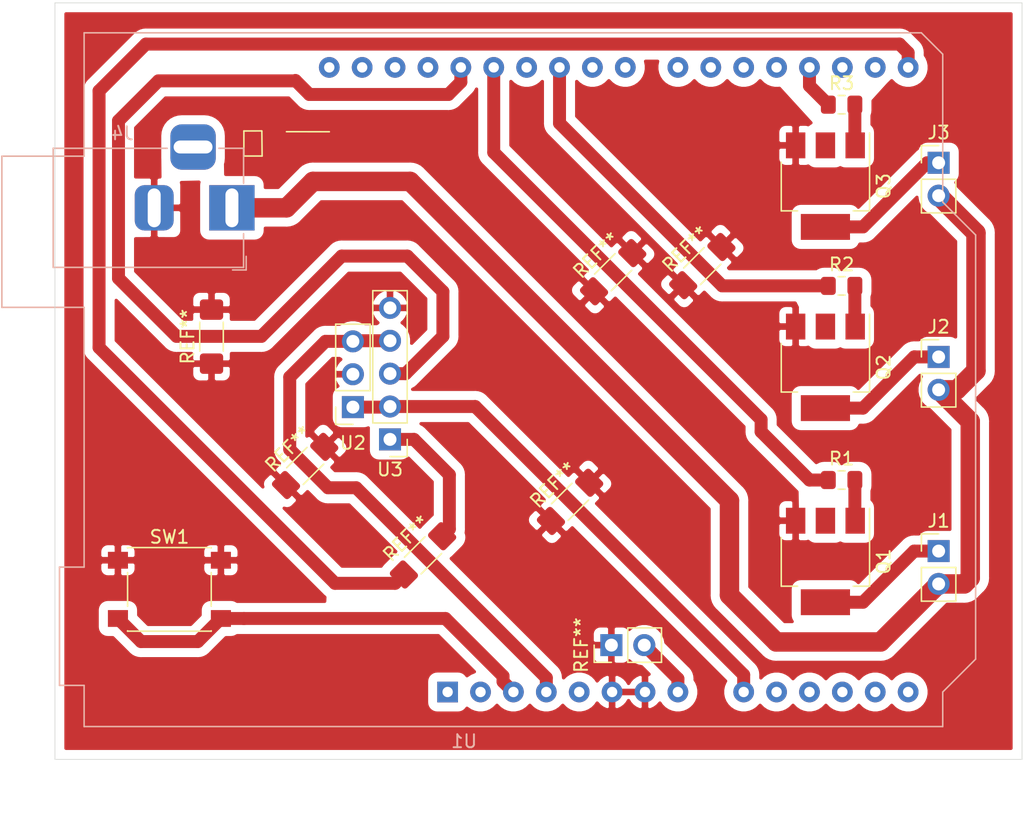
<source format=kicad_pcb>
(kicad_pcb (version 20171130) (host pcbnew "(5.1.5)-3")

  (general
    (thickness 1.6)
    (drawings 10)
    (tracks 97)
    (zones 0)
    (modules 21)
    (nets 38)
  )

  (page A4)
  (layers
    (0 F.Cu signal)
    (31 B.Cu signal)
    (32 B.Adhes user)
    (33 F.Adhes user)
    (34 B.Paste user)
    (35 F.Paste user)
    (36 B.SilkS user)
    (37 F.SilkS user)
    (38 B.Mask user)
    (39 F.Mask user)
    (40 Dwgs.User user)
    (41 Cmts.User user)
    (42 Eco1.User user)
    (43 Eco2.User user)
    (44 Edge.Cuts user)
    (45 Margin user)
    (46 B.CrtYd user)
    (47 F.CrtYd user)
    (48 B.Fab user)
    (49 F.Fab user)
  )

  (setup
    (last_trace_width 1)
    (trace_clearance 0.5)
    (zone_clearance 0.7)
    (zone_45_only no)
    (trace_min 0.2)
    (via_size 0.8)
    (via_drill 0.4)
    (via_min_size 0.4)
    (via_min_drill 0.3)
    (uvia_size 0.3)
    (uvia_drill 0.1)
    (uvias_allowed no)
    (uvia_min_size 0.2)
    (uvia_min_drill 0.1)
    (edge_width 0.05)
    (segment_width 0.2)
    (pcb_text_width 0.3)
    (pcb_text_size 1.5 1.5)
    (mod_edge_width 0.12)
    (mod_text_size 1 1)
    (mod_text_width 0.15)
    (pad_size 1.7 1.7)
    (pad_drill 1)
    (pad_to_mask_clearance 0.051)
    (solder_mask_min_width 0.25)
    (aux_axis_origin 0 0)
    (visible_elements FFFFFF7F)
    (pcbplotparams
      (layerselection 0x010fc_ffffffff)
      (usegerberextensions false)
      (usegerberattributes false)
      (usegerberadvancedattributes false)
      (creategerberjobfile false)
      (excludeedgelayer true)
      (linewidth 0.100000)
      (plotframeref false)
      (viasonmask false)
      (mode 1)
      (useauxorigin false)
      (hpglpennumber 1)
      (hpglpenspeed 20)
      (hpglpendiameter 15.000000)
      (psnegative false)
      (psa4output false)
      (plotreference true)
      (plotvalue true)
      (plotinvisibletext false)
      (padsonsilk false)
      (subtractmaskfromsilk false)
      (outputformat 1)
      (mirror false)
      (drillshape 1)
      (scaleselection 1)
      (outputdirectory ""))
  )

  (net 0 "")
  (net 1 +12V)
  (net 2 "Net-(J1-Pad1)")
  (net 3 "Net-(J2-Pad1)")
  (net 4 "Net-(J3-Pad1)")
  (net 5 GND)
  (net 6 "Net-(Q1-Pad1)")
  (net 7 "Net-(Q2-Pad1)")
  (net 8 "Net-(Q3-Pad1)")
  (net 9 /RED_PWM)
  (net 10 /GREEN_PWM)
  (net 11 /BLUE_PWM)
  (net 12 "Net-(SW1-Pad2)")
  (net 13 "Net-(U1-Pad16)")
  (net 14 /AR_ADJUST)
  (net 15 "Net-(U1-Pad30)")
  (net 16 "Net-(U1-Pad14)")
  (net 17 "Net-(U1-Pad13)")
  (net 18 "Net-(U1-Pad28)")
  (net 19 "Net-(U1-Pad12)")
  (net 20 "Net-(U1-Pad11)")
  (net 21 "Net-(U1-Pad26)")
  (net 22 "Net-(U1-Pad10)")
  (net 23 /ADC_IN)
  (net 24 "Net-(U1-Pad24)")
  (net 25 "Net-(U1-Pad8)")
  (net 26 "Net-(U1-Pad23)")
  (net 27 "Net-(U1-Pad22)")
  (net 28 "Net-(U1-Pad21)")
  (net 29 "Net-(U1-Pad5)")
  (net 30 "Net-(U1-Pad20)")
  (net 31 VCC)
  (net 32 "Net-(U1-Pad19)")
  (net 33 "Net-(U1-Pad2)")
  (net 34 "Net-(U1-Pad17)")
  (net 35 "Net-(U1-Pad1)")
  (net 36 "Net-(U1-Pad31)")
  (net 37 "Net-(U1-Pad32)")

  (net_class Default "This is the default net class."
    (clearance 0.5)
    (trace_width 1)
    (via_dia 0.8)
    (via_drill 0.4)
    (uvia_dia 0.3)
    (uvia_drill 0.1)
    (add_net /ADC_IN)
    (add_net /AR_ADJUST)
    (add_net /BLUE_PWM)
    (add_net /GREEN_PWM)
    (add_net /RED_PWM)
    (add_net "Net-(J1-Pad1)")
    (add_net "Net-(J2-Pad1)")
    (add_net "Net-(J3-Pad1)")
    (add_net "Net-(Q1-Pad1)")
    (add_net "Net-(Q2-Pad1)")
    (add_net "Net-(Q3-Pad1)")
    (add_net "Net-(SW1-Pad2)")
    (add_net "Net-(U1-Pad1)")
    (add_net "Net-(U1-Pad10)")
    (add_net "Net-(U1-Pad11)")
    (add_net "Net-(U1-Pad12)")
    (add_net "Net-(U1-Pad13)")
    (add_net "Net-(U1-Pad14)")
    (add_net "Net-(U1-Pad16)")
    (add_net "Net-(U1-Pad17)")
    (add_net "Net-(U1-Pad19)")
    (add_net "Net-(U1-Pad2)")
    (add_net "Net-(U1-Pad20)")
    (add_net "Net-(U1-Pad21)")
    (add_net "Net-(U1-Pad22)")
    (add_net "Net-(U1-Pad23)")
    (add_net "Net-(U1-Pad24)")
    (add_net "Net-(U1-Pad26)")
    (add_net "Net-(U1-Pad28)")
    (add_net "Net-(U1-Pad30)")
    (add_net "Net-(U1-Pad31)")
    (add_net "Net-(U1-Pad32)")
    (add_net "Net-(U1-Pad5)")
    (add_net "Net-(U1-Pad8)")
    (add_net VCC)
  )

  (net_class 12V ""
    (clearance 0.5)
    (trace_width 1.5)
    (via_dia 0.8)
    (via_drill 0.4)
    (uvia_dia 0.3)
    (uvia_drill 0.1)
    (add_net +12V)
  )

  (net_class GND ""
    (clearance 0.5)
    (trace_width 1.5)
    (via_dia 0.8)
    (via_drill 0.4)
    (uvia_dia 0.3)
    (uvia_drill 0.1)
    (add_net GND)
  )

  (module Connector_PinHeader_2.54mm:PinHeader_1x02_P2.54mm_Vertical (layer F.Cu) (tedit 61DB745C) (tstamp 61DC1A50)
    (at 130.11912 96.19996 90)
    (descr "Through hole straight pin header, 1x02, 2.54mm pitch, single row")
    (tags "Through hole pin header THT 1x02 2.54mm single row")
    (fp_text reference REF** (at 0 -2.33 90) (layer F.SilkS)
      (effects (font (size 1 1) (thickness 0.15)))
    )
    (fp_text value PinHeader_1x02_P2.54mm_Vertical (at 0 4.87 90) (layer F.Fab)
      (effects (font (size 1 1) (thickness 0.15)))
    )
    (fp_text user %R (at 0 1.27) (layer F.Fab)
      (effects (font (size 1 1) (thickness 0.15)))
    )
    (fp_line (start 1.8 -1.8) (end -1.8 -1.8) (layer F.CrtYd) (width 0.05))
    (fp_line (start 1.8 4.35) (end 1.8 -1.8) (layer F.CrtYd) (width 0.05))
    (fp_line (start -1.8 4.35) (end 1.8 4.35) (layer F.CrtYd) (width 0.05))
    (fp_line (start -1.8 -1.8) (end -1.8 4.35) (layer F.CrtYd) (width 0.05))
    (fp_line (start -1.33 -1.33) (end 0 -1.33) (layer F.SilkS) (width 0.12))
    (fp_line (start -1.33 0) (end -1.33 -1.33) (layer F.SilkS) (width 0.12))
    (fp_line (start -1.33 1.27) (end 1.33 1.27) (layer F.SilkS) (width 0.12))
    (fp_line (start 1.33 1.27) (end 1.33 3.87) (layer F.SilkS) (width 0.12))
    (fp_line (start -1.33 1.27) (end -1.33 3.87) (layer F.SilkS) (width 0.12))
    (fp_line (start -1.33 3.87) (end 1.33 3.87) (layer F.SilkS) (width 0.12))
    (fp_line (start -1.27 -0.635) (end -0.635 -1.27) (layer F.Fab) (width 0.1))
    (fp_line (start -1.27 3.81) (end -1.27 -0.635) (layer F.Fab) (width 0.1))
    (fp_line (start 1.27 3.81) (end -1.27 3.81) (layer F.Fab) (width 0.1))
    (fp_line (start 1.27 -1.27) (end 1.27 3.81) (layer F.Fab) (width 0.1))
    (fp_line (start -0.635 -1.27) (end 1.27 -1.27) (layer F.Fab) (width 0.1))
    (pad 2 thru_hole oval (at 0 2.54 90) (size 1.7 1.7) (drill 1) (layers *.Cu *.Mask)
      (net 25 "Net-(U1-Pad8)"))
    (pad 1 thru_hole rect (at 0 0 90) (size 1.7 1.7) (drill 1) (layers *.Cu *.Mask)
      (net 5 GND))
    (model ${KISYS3DMOD}/Connector_PinHeader_2.54mm.3dshapes/PinHeader_1x02_P2.54mm_Vertical.wrl
      (at (xyz 0 0 0))
      (scale (xyz 1 1 1))
      (rotate (xyz 0 0 0))
    )
  )

  (module Resistor_SMD:R_1806_4516Metric_Pad1.57x1.80mm_HandSolder (layer F.Cu) (tedit 61DB6CEE) (tstamp 61DBF45D)
    (at 99.24288 72.364981 90)
    (descr "Resistor SMD 1806 (4516 Metric), square (rectangular) end terminal, IPC_7351 nominal with elongated pad for handsoldering. (Body size source: https://www.modelithics.com/models/Vendor/MuRata/BLM41P.pdf), generated with kicad-footprint-generator")
    (tags "resistor handsolder")
    (attr smd)
    (fp_text reference REF** (at 0 -1.85 90) (layer F.SilkS)
      (effects (font (size 1 1) (thickness 0.15)))
    )
    (fp_text value R_1806_4516Metric_Pad1.57x1.80mm_HandSolder (at 0 1.85 90) (layer F.Fab)
      (effects (font (size 1 1) (thickness 0.15)))
    )
    (fp_line (start -2.25 0.8) (end -2.25 -0.8) (layer F.Fab) (width 0.1))
    (fp_line (start -2.25 -0.8) (end 2.25 -0.8) (layer F.Fab) (width 0.1))
    (fp_line (start 2.25 -0.8) (end 2.25 0.8) (layer F.Fab) (width 0.1))
    (fp_line (start 2.25 0.8) (end -2.25 0.8) (layer F.Fab) (width 0.1))
    (fp_line (start -1.111252 -0.91) (end 1.111252 -0.91) (layer F.SilkS) (width 0.12))
    (fp_line (start -1.111252 0.91) (end 1.111252 0.91) (layer F.SilkS) (width 0.12))
    (fp_line (start -3.12 1.15) (end -3.12 -1.15) (layer F.CrtYd) (width 0.05))
    (fp_line (start -3.12 -1.15) (end 3.12 -1.15) (layer F.CrtYd) (width 0.05))
    (fp_line (start 3.12 -1.15) (end 3.12 1.15) (layer F.CrtYd) (width 0.05))
    (fp_line (start 3.12 1.15) (end -3.12 1.15) (layer F.CrtYd) (width 0.05))
    (fp_text user %R (at 0 0 90) (layer F.Fab)
      (effects (font (size 1 1) (thickness 0.15)))
    )
    (pad 1 smd roundrect (at -2.087499 0 90) (size 1.575 1.8) (layers F.Cu F.Paste F.Mask) (roundrect_rratio 0.159)
      (net 5 GND))
    (pad 2 smd roundrect (at 2.087499 0 90) (size 1.575 1.8) (layers F.Cu F.Paste F.Mask) (roundrect_rratio 0.159)
      (net 5 GND))
    (model ${KISYS3DMOD}/Resistor_SMD.3dshapes/R_1806_4516Metric.wrl
      (at (xyz 0 0 0))
      (scale (xyz 1 1 1))
      (rotate (xyz 0 0 0))
    )
  )

  (module Resistor_SMD:R_1806_4516Metric_Pad1.57x1.80mm_HandSolder (layer F.Cu) (tedit 61DB6BE7) (tstamp 61DBF45D)
    (at 126.92888 85.13064 45)
    (descr "Resistor SMD 1806 (4516 Metric), square (rectangular) end terminal, IPC_7351 nominal with elongated pad for handsoldering. (Body size source: https://www.modelithics.com/models/Vendor/MuRata/BLM41P.pdf), generated with kicad-footprint-generator")
    (tags "resistor handsolder")
    (attr smd)
    (fp_text reference REF** (at 0 -1.85 45) (layer F.SilkS)
      (effects (font (size 1 1) (thickness 0.15)))
    )
    (fp_text value R_1806_4516Metric_Pad1.57x1.80mm_HandSolder (at 0 1.85 45) (layer F.Fab)
      (effects (font (size 1 1) (thickness 0.15)))
    )
    (fp_line (start -2.25 0.8) (end -2.25 -0.8) (layer F.Fab) (width 0.1))
    (fp_line (start -2.25 -0.8) (end 2.25 -0.8) (layer F.Fab) (width 0.1))
    (fp_line (start 2.25 -0.8) (end 2.25 0.8) (layer F.Fab) (width 0.1))
    (fp_line (start 2.25 0.8) (end -2.25 0.8) (layer F.Fab) (width 0.1))
    (fp_line (start -1.111252 -0.91) (end 1.111252 -0.91) (layer F.SilkS) (width 0.12))
    (fp_line (start -1.111252 0.91) (end 1.111252 0.91) (layer F.SilkS) (width 0.12))
    (fp_line (start -3.12 1.15) (end -3.12 -1.15) (layer F.CrtYd) (width 0.05))
    (fp_line (start -3.12 -1.15) (end 3.12 -1.15) (layer F.CrtYd) (width 0.05))
    (fp_line (start 3.12 -1.15) (end 3.12 1.15) (layer F.CrtYd) (width 0.05))
    (fp_line (start 3.12 1.15) (end -3.12 1.15) (layer F.CrtYd) (width 0.05))
    (fp_text user %R (at 0 0 45) (layer F.Fab)
      (effects (font (size 1 1) (thickness 0.15)))
    )
    (pad 1 smd roundrect (at -2.087499 0 45) (size 1.575 1.8) (layers F.Cu F.Paste F.Mask) (roundrect_rratio 0.159)
      (net 5 GND))
    (pad 2 smd roundrect (at 2.087499 0 45) (size 1.575 1.8) (layers F.Cu F.Paste F.Mask) (roundrect_rratio 0.159)
      (net 5 GND))
    (model ${KISYS3DMOD}/Resistor_SMD.3dshapes/R_1806_4516Metric.wrl
      (at (xyz 0 0 0))
      (scale (xyz 1 1 1))
      (rotate (xyz 0 0 0))
    )
  )

  (module Resistor_SMD:R_1806_4516Metric_Pad1.57x1.80mm_HandSolder (layer F.Cu) (tedit 61DB6A2E) (tstamp 61DBF45D)
    (at 130.25628 67.3862 45)
    (descr "Resistor SMD 1806 (4516 Metric), square (rectangular) end terminal, IPC_7351 nominal with elongated pad for handsoldering. (Body size source: https://www.modelithics.com/models/Vendor/MuRata/BLM41P.pdf), generated with kicad-footprint-generator")
    (tags "resistor handsolder")
    (attr smd)
    (fp_text reference REF** (at 0 -1.85 45) (layer F.SilkS)
      (effects (font (size 1 1) (thickness 0.15)))
    )
    (fp_text value R_1806_4516Metric_Pad1.57x1.80mm_HandSolder (at 0 1.85 45) (layer F.Fab)
      (effects (font (size 1 1) (thickness 0.15)))
    )
    (fp_line (start -2.25 0.8) (end -2.25 -0.8) (layer F.Fab) (width 0.1))
    (fp_line (start -2.25 -0.8) (end 2.25 -0.8) (layer F.Fab) (width 0.1))
    (fp_line (start 2.25 -0.8) (end 2.25 0.8) (layer F.Fab) (width 0.1))
    (fp_line (start 2.25 0.8) (end -2.25 0.8) (layer F.Fab) (width 0.1))
    (fp_line (start -1.111252 -0.91) (end 1.111252 -0.91) (layer F.SilkS) (width 0.12))
    (fp_line (start -1.111252 0.91) (end 1.111252 0.91) (layer F.SilkS) (width 0.12))
    (fp_line (start -3.12 1.15) (end -3.12 -1.15) (layer F.CrtYd) (width 0.05))
    (fp_line (start -3.12 -1.15) (end 3.12 -1.15) (layer F.CrtYd) (width 0.05))
    (fp_line (start 3.12 -1.15) (end 3.12 1.15) (layer F.CrtYd) (width 0.05))
    (fp_line (start 3.12 1.15) (end -3.12 1.15) (layer F.CrtYd) (width 0.05))
    (fp_text user %R (at 0 0 45) (layer F.Fab)
      (effects (font (size 1 1) (thickness 0.15)))
    )
    (pad 1 smd roundrect (at -2.087499 0 45) (size 1.575 1.8) (layers F.Cu F.Paste F.Mask) (roundrect_rratio 0.159)
      (net 5 GND))
    (pad 2 smd roundrect (at 2.087499 0 45) (size 1.575 1.8) (layers F.Cu F.Paste F.Mask) (roundrect_rratio 0.159)
      (net 5 GND))
    (model ${KISYS3DMOD}/Resistor_SMD.3dshapes/R_1806_4516Metric.wrl
      (at (xyz 0 0 0))
      (scale (xyz 1 1 1))
      (rotate (xyz 0 0 0))
    )
  )

  (module Resistor_SMD:R_1806_4516Metric_Pad1.57x1.80mm_HandSolder (layer F.Cu) (tedit 61DB6A22) (tstamp 61DBF45D)
    (at 137.13968 66.91376 45)
    (descr "Resistor SMD 1806 (4516 Metric), square (rectangular) end terminal, IPC_7351 nominal with elongated pad for handsoldering. (Body size source: https://www.modelithics.com/models/Vendor/MuRata/BLM41P.pdf), generated with kicad-footprint-generator")
    (tags "resistor handsolder")
    (attr smd)
    (fp_text reference REF** (at 0 -1.85 45) (layer F.SilkS)
      (effects (font (size 1 1) (thickness 0.15)))
    )
    (fp_text value R_1806_4516Metric_Pad1.57x1.80mm_HandSolder (at 0 1.85 45) (layer F.Fab)
      (effects (font (size 1 1) (thickness 0.15)))
    )
    (fp_line (start -2.25 0.8) (end -2.25 -0.8) (layer F.Fab) (width 0.1))
    (fp_line (start -2.25 -0.8) (end 2.25 -0.8) (layer F.Fab) (width 0.1))
    (fp_line (start 2.25 -0.8) (end 2.25 0.8) (layer F.Fab) (width 0.1))
    (fp_line (start 2.25 0.8) (end -2.25 0.8) (layer F.Fab) (width 0.1))
    (fp_line (start -1.111252 -0.91) (end 1.111252 -0.91) (layer F.SilkS) (width 0.12))
    (fp_line (start -1.111252 0.91) (end 1.111252 0.91) (layer F.SilkS) (width 0.12))
    (fp_line (start -3.12 1.15) (end -3.12 -1.15) (layer F.CrtYd) (width 0.05))
    (fp_line (start -3.12 -1.15) (end 3.12 -1.15) (layer F.CrtYd) (width 0.05))
    (fp_line (start 3.12 -1.15) (end 3.12 1.15) (layer F.CrtYd) (width 0.05))
    (fp_line (start 3.12 1.15) (end -3.12 1.15) (layer F.CrtYd) (width 0.05))
    (fp_text user %R (at 0 0 45) (layer F.Fab)
      (effects (font (size 1 1) (thickness 0.15)))
    )
    (pad 1 smd roundrect (at -2.087499 0 45) (size 1.575 1.8) (layers F.Cu F.Paste F.Mask) (roundrect_rratio 0.159)
      (net 5 GND))
    (pad 2 smd roundrect (at 2.087499 0 45) (size 1.575 1.8) (layers F.Cu F.Paste F.Mask) (roundrect_rratio 0.159)
      (net 5 GND))
    (model ${KISYS3DMOD}/Resistor_SMD.3dshapes/R_1806_4516Metric.wrl
      (at (xyz 0 0 0))
      (scale (xyz 1 1 1))
      (rotate (xyz 0 0 0))
    )
  )

  (module Resistor_SMD:R_1806_4516Metric_Pad1.57x1.80mm_HandSolder (layer F.Cu) (tedit 61DB6CBA) (tstamp 61DBF45D)
    (at 106.47172 82.35696 45)
    (descr "Resistor SMD 1806 (4516 Metric), square (rectangular) end terminal, IPC_7351 nominal with elongated pad for handsoldering. (Body size source: https://www.modelithics.com/models/Vendor/MuRata/BLM41P.pdf), generated with kicad-footprint-generator")
    (tags "resistor handsolder")
    (attr smd)
    (fp_text reference REF** (at 0 -1.85 45) (layer F.SilkS)
      (effects (font (size 1 1) (thickness 0.15)))
    )
    (fp_text value R_1806_4516Metric_Pad1.57x1.80mm_HandSolder (at 0 1.85 45) (layer F.Fab)
      (effects (font (size 1 1) (thickness 0.15)))
    )
    (fp_line (start -2.25 0.8) (end -2.25 -0.8) (layer F.Fab) (width 0.1))
    (fp_line (start -2.25 -0.8) (end 2.25 -0.8) (layer F.Fab) (width 0.1))
    (fp_line (start 2.25 -0.8) (end 2.25 0.8) (layer F.Fab) (width 0.1))
    (fp_line (start 2.25 0.8) (end -2.25 0.8) (layer F.Fab) (width 0.1))
    (fp_line (start -1.111252 -0.91) (end 1.111252 -0.91) (layer F.SilkS) (width 0.12))
    (fp_line (start -1.111252 0.91) (end 1.111252 0.91) (layer F.SilkS) (width 0.12))
    (fp_line (start -3.12 1.15) (end -3.12 -1.15) (layer F.CrtYd) (width 0.05))
    (fp_line (start -3.12 -1.15) (end 3.12 -1.15) (layer F.CrtYd) (width 0.05))
    (fp_line (start 3.12 -1.15) (end 3.12 1.15) (layer F.CrtYd) (width 0.05))
    (fp_line (start 3.12 1.15) (end -3.12 1.15) (layer F.CrtYd) (width 0.05))
    (fp_text user %R (at 0 0 45) (layer F.Fab)
      (effects (font (size 1 1) (thickness 0.15)))
    )
    (pad 1 smd roundrect (at -2.087499 0 45) (size 1.575 1.8) (layers F.Cu F.Paste F.Mask) (roundrect_rratio 0.159)
      (net 5 GND))
    (pad 2 smd roundrect (at 2.087499 0 45) (size 1.575 1.8) (layers F.Cu F.Paste F.Mask) (roundrect_rratio 0.159)
      (net 5 GND))
    (model ${KISYS3DMOD}/Resistor_SMD.3dshapes/R_1806_4516Metric.wrl
      (at (xyz 0 0 0))
      (scale (xyz 1 1 1))
      (rotate (xyz 0 0 0))
    )
  )

  (module Resistor_SMD:R_1806_4516Metric_Pad1.57x1.80mm_HandSolder (layer F.Cu) (tedit 61DB682D) (tstamp 61DBEFA7)
    (at 115.57508 89.26576 45)
    (descr "Resistor SMD 1806 (4516 Metric), square (rectangular) end terminal, IPC_7351 nominal with elongated pad for handsoldering. (Body size source: https://www.modelithics.com/models/Vendor/MuRata/BLM41P.pdf), generated with kicad-footprint-generator")
    (tags "resistor handsolder")
    (attr smd)
    (fp_text reference REF** (at 0 -1.85 45) (layer F.SilkS)
      (effects (font (size 1 1) (thickness 0.15)))
    )
    (fp_text value R_1806_4516Metric_Pad1.57x1.80mm_HandSolder (at 0 1.85 45) (layer F.Fab)
      (effects (font (size 1 1) (thickness 0.15)))
    )
    (fp_text user %R (at 0 0 45) (layer F.Fab)
      (effects (font (size 1 1) (thickness 0.15)))
    )
    (fp_line (start 3.12 1.15) (end -3.12 1.15) (layer F.CrtYd) (width 0.05))
    (fp_line (start 3.12 -1.15) (end 3.12 1.15) (layer F.CrtYd) (width 0.05))
    (fp_line (start -3.12 -1.15) (end 3.12 -1.15) (layer F.CrtYd) (width 0.05))
    (fp_line (start -3.12 1.15) (end -3.12 -1.15) (layer F.CrtYd) (width 0.05))
    (fp_line (start -1.111252 0.91) (end 1.111252 0.91) (layer F.SilkS) (width 0.12))
    (fp_line (start -1.111252 -0.91) (end 1.111252 -0.91) (layer F.SilkS) (width 0.12))
    (fp_line (start 2.25 0.8) (end -2.25 0.8) (layer F.Fab) (width 0.1))
    (fp_line (start 2.25 -0.8) (end 2.25 0.8) (layer F.Fab) (width 0.1))
    (fp_line (start -2.25 -0.8) (end 2.25 -0.8) (layer F.Fab) (width 0.1))
    (fp_line (start -2.25 0.8) (end -2.25 -0.8) (layer F.Fab) (width 0.1))
    (pad 2 smd roundrect (at 2.087499 0 45) (size 1.575 1.8) (layers F.Cu F.Paste F.Mask) (roundrect_rratio 0.159)
      (net 14 /AR_ADJUST))
    (pad 1 smd roundrect (at -2.087499 0 45) (size 1.575 1.8) (layers F.Cu F.Paste F.Mask) (roundrect_rratio 0.159)
      (net 14 /AR_ADJUST))
    (model ${KISYS3DMOD}/Resistor_SMD.3dshapes/R_1806_4516Metric.wrl
      (at (xyz 0 0 0))
      (scale (xyz 1 1 1))
      (rotate (xyz 0 0 0))
    )
  )

  (module Package_TO_SOT_SMD:SOT-223-3_TabPin2 (layer F.Cu) (tedit 61DB69DB) (tstamp 61DBDAC1)
    (at 146.64588 60.73724 270)
    (descr "module CMS SOT223 4 pins")
    (tags "CMS SOT")
    (path /61DC0A5E)
    (attr smd)
    (fp_text reference Q3 (at 0 -4.5 90) (layer F.SilkS)
      (effects (font (size 1 1) (thickness 0.15)))
    )
    (fp_text value BCP56 (at 0 4.5 90) (layer F.Fab)
      (effects (font (size 1 1) (thickness 0.15)))
    )
    (fp_line (start 1.85 -3.35) (end 1.85 3.35) (layer F.Fab) (width 0.1))
    (fp_line (start -1.85 3.35) (end 1.85 3.35) (layer F.Fab) (width 0.1))
    (fp_line (start -4.1 -3.41) (end 1.91 -3.41) (layer F.SilkS) (width 0.12))
    (fp_line (start -0.85 -3.35) (end 1.85 -3.35) (layer F.Fab) (width 0.1))
    (fp_line (start -1.85 3.41) (end 1.91 3.41) (layer F.SilkS) (width 0.12))
    (fp_line (start -1.85 -2.35) (end -1.85 3.35) (layer F.Fab) (width 0.1))
    (fp_line (start -1.85 -2.35) (end -0.85 -3.35) (layer F.Fab) (width 0.1))
    (fp_line (start -4.4 -3.6) (end -4.4 3.6) (layer F.CrtYd) (width 0.05))
    (fp_line (start -4.4 3.6) (end 4.4 3.6) (layer F.CrtYd) (width 0.05))
    (fp_line (start 4.4 3.6) (end 4.4 -3.6) (layer F.CrtYd) (width 0.05))
    (fp_line (start 4.4 -3.6) (end -4.4 -3.6) (layer F.CrtYd) (width 0.05))
    (fp_line (start 1.91 -3.41) (end 1.91 -2.15) (layer F.SilkS) (width 0.12))
    (fp_line (start 1.91 3.41) (end 1.91 2.15) (layer F.SilkS) (width 0.12))
    (fp_text user %R (at 0 0) (layer F.Fab)
      (effects (font (size 0.8 0.8) (thickness 0.12)))
    )
    (pad 1 smd rect (at -3.15 -2.3 270) (size 2 1.5) (layers F.Cu F.Paste F.Mask)
      (net 8 "Net-(Q3-Pad1)"))
    (pad 3 smd rect (at -3.15 2.3 270) (size 2 1.5) (layers F.Cu F.Paste F.Mask)
      (net 5 GND))
    (pad 2 smd rect (at -3.15 0 270) (size 2 1.5) (layers F.Cu F.Paste F.Mask))
    (pad 2 smd rect (at 3.15 0 270) (size 2 3.8) (layers F.Cu F.Paste F.Mask)
      (net 4 "Net-(J3-Pad1)"))
    (model ${KISYS3DMOD}/Package_TO_SOT_SMD.3dshapes/SOT-223.wrl
      (at (xyz 0 0 0))
      (scale (xyz 1 1 1))
      (rotate (xyz 0 0 0))
    )
  )

  (module Connector_PinHeader_2.54mm:PinHeader_1x05_P2.54mm_Vertical (layer F.Cu) (tedit 59FED5CC) (tstamp 61DBBC55)
    (at 113.02556 80.30464 180)
    (descr "Through hole straight pin header, 1x05, 2.54mm pitch, single row")
    (tags "Through hole pin header THT 1x05 2.54mm single row")
    (path /61DBFE7C)
    (fp_text reference U3 (at 0 -2.33) (layer F.SilkS)
      (effects (font (size 1 1) (thickness 0.15)))
    )
    (fp_text value RealAG_ElectretMic (at 0 12.49) (layer F.Fab)
      (effects (font (size 1 1) (thickness 0.15)))
    )
    (fp_text user %R (at 0 5.08 90) (layer F.Fab)
      (effects (font (size 1 1) (thickness 0.15)))
    )
    (fp_line (start 1.8 -1.8) (end -1.8 -1.8) (layer F.CrtYd) (width 0.05))
    (fp_line (start 1.8 11.95) (end 1.8 -1.8) (layer F.CrtYd) (width 0.05))
    (fp_line (start -1.8 11.95) (end 1.8 11.95) (layer F.CrtYd) (width 0.05))
    (fp_line (start -1.8 -1.8) (end -1.8 11.95) (layer F.CrtYd) (width 0.05))
    (fp_line (start -1.33 -1.33) (end 0 -1.33) (layer F.SilkS) (width 0.12))
    (fp_line (start -1.33 0) (end -1.33 -1.33) (layer F.SilkS) (width 0.12))
    (fp_line (start -1.33 1.27) (end 1.33 1.27) (layer F.SilkS) (width 0.12))
    (fp_line (start 1.33 1.27) (end 1.33 11.49) (layer F.SilkS) (width 0.12))
    (fp_line (start -1.33 1.27) (end -1.33 11.49) (layer F.SilkS) (width 0.12))
    (fp_line (start -1.33 11.49) (end 1.33 11.49) (layer F.SilkS) (width 0.12))
    (fp_line (start -1.27 -0.635) (end -0.635 -1.27) (layer F.Fab) (width 0.1))
    (fp_line (start -1.27 11.43) (end -1.27 -0.635) (layer F.Fab) (width 0.1))
    (fp_line (start 1.27 11.43) (end -1.27 11.43) (layer F.Fab) (width 0.1))
    (fp_line (start 1.27 -1.27) (end 1.27 11.43) (layer F.Fab) (width 0.1))
    (fp_line (start -0.635 -1.27) (end 1.27 -1.27) (layer F.Fab) (width 0.1))
    (pad 5 thru_hole oval (at 0 10.16 180) (size 1.7 1.7) (drill 1) (layers *.Cu *.Mask)
      (net 5 GND))
    (pad 4 thru_hole oval (at 0 7.62 180) (size 1.7 1.7) (drill 1) (layers *.Cu *.Mask)
      (net 31 VCC))
    (pad 3 thru_hole oval (at 0 5.08 180) (size 1.7 1.7) (drill 1) (layers *.Cu *.Mask)
      (net 18 "Net-(U1-Pad28)"))
    (pad 2 thru_hole oval (at 0 2.54 180) (size 1.7 1.7) (drill 1) (layers *.Cu *.Mask)
      (net 23 /ADC_IN))
    (pad 1 thru_hole rect (at 0 0 180) (size 1.7 1.7) (drill 1) (layers *.Cu *.Mask)
      (net 14 /AR_ADJUST))
    (model ${KISYS3DMOD}/Connector_PinHeader_2.54mm.3dshapes/PinHeader_1x05_P2.54mm_Vertical.wrl
      (at (xyz 0 0 0))
      (scale (xyz 1 1 1))
      (rotate (xyz 0 0 0))
    )
  )

  (module Connector_PinSocket_2.54mm:PinSocket_1x03_P2.54mm_Vertical (layer F.Cu) (tedit 5A19A429) (tstamp 61DBB7D7)
    (at 110.1598 77.81036 180)
    (descr "Through hole straight socket strip, 1x03, 2.54mm pitch, single row (from Kicad 4.0.7), script generated")
    (tags "Through hole socket strip THT 1x03 2.54mm single row")
    (path /61DBF0B4)
    (fp_text reference U2 (at 0 -2.77) (layer F.SilkS)
      (effects (font (size 1 1) (thickness 0.15)))
    )
    (fp_text value AG_ElectretMic (at 0 7.85) (layer F.Fab)
      (effects (font (size 1 1) (thickness 0.15)))
    )
    (fp_text user %R (at 0 2.54 90) (layer F.Fab)
      (effects (font (size 1 1) (thickness 0.15)))
    )
    (fp_line (start -1.8 6.85) (end -1.8 -1.8) (layer F.CrtYd) (width 0.05))
    (fp_line (start 1.75 6.85) (end -1.8 6.85) (layer F.CrtYd) (width 0.05))
    (fp_line (start 1.75 -1.8) (end 1.75 6.85) (layer F.CrtYd) (width 0.05))
    (fp_line (start -1.8 -1.8) (end 1.75 -1.8) (layer F.CrtYd) (width 0.05))
    (fp_line (start 0 -1.33) (end 1.33 -1.33) (layer F.SilkS) (width 0.12))
    (fp_line (start 1.33 -1.33) (end 1.33 0) (layer F.SilkS) (width 0.12))
    (fp_line (start 1.33 1.27) (end 1.33 6.41) (layer F.SilkS) (width 0.12))
    (fp_line (start -1.33 6.41) (end 1.33 6.41) (layer F.SilkS) (width 0.12))
    (fp_line (start -1.33 1.27) (end -1.33 6.41) (layer F.SilkS) (width 0.12))
    (fp_line (start -1.33 1.27) (end 1.33 1.27) (layer F.SilkS) (width 0.12))
    (fp_line (start -1.27 6.35) (end -1.27 -1.27) (layer F.Fab) (width 0.1))
    (fp_line (start 1.27 6.35) (end -1.27 6.35) (layer F.Fab) (width 0.1))
    (fp_line (start 1.27 -0.635) (end 1.27 6.35) (layer F.Fab) (width 0.1))
    (fp_line (start 0.635 -1.27) (end 1.27 -0.635) (layer F.Fab) (width 0.1))
    (fp_line (start -1.27 -1.27) (end 0.635 -1.27) (layer F.Fab) (width 0.1))
    (pad 3 thru_hole oval (at 0 5.08 180) (size 1.7 1.7) (drill 1) (layers *.Cu *.Mask)
      (net 31 VCC))
    (pad 2 thru_hole oval (at 0 2.54 180) (size 1.7 1.7) (drill 1) (layers *.Cu *.Mask)
      (net 5 GND))
    (pad 1 thru_hole rect (at 0 0 180) (size 1.7 1.7) (drill 1) (layers *.Cu *.Mask)
      (net 23 /ADC_IN))
    (model ${KISYS3DMOD}/Connector_PinSocket_2.54mm.3dshapes/PinSocket_1x03_P2.54mm_Vertical.wrl
      (at (xyz 0 0 0))
      (scale (xyz 1 1 1))
      (rotate (xyz 0 0 0))
    )
  )

  (module Module:Arduino_UNO_R3 (layer B.Cu) (tedit 58AB60FC) (tstamp 61DBC712)
    (at 117.475 99.822)
    (descr "Arduino UNO R3, http://www.mouser.com/pdfdocs/Gravitech_Arduino_Nano3_0.pdf")
    (tags "Arduino UNO R3")
    (path /61DBF33D)
    (fp_text reference U1 (at 1.27 3.81 -180) (layer B.SilkS)
      (effects (font (size 1 1) (thickness 0.15)) (justify mirror))
    )
    (fp_text value FRDM-KL03Z (at 0 -22.86) (layer B.Fab)
      (effects (font (size 1 1) (thickness 0.15)) (justify mirror))
    )
    (fp_line (start -27.94 2.54) (end 38.1 2.54) (layer B.Fab) (width 0.1))
    (fp_line (start -27.94 -50.8) (end -27.94 2.54) (layer B.Fab) (width 0.1))
    (fp_line (start 36.58 -50.8) (end -27.94 -50.8) (layer B.Fab) (width 0.1))
    (fp_line (start 38.1 -49.28) (end 36.58 -50.8) (layer B.Fab) (width 0.1))
    (fp_line (start 38.1 0) (end 40.64 -2.54) (layer B.Fab) (width 0.1))
    (fp_line (start 38.1 2.54) (end 38.1 0) (layer B.Fab) (width 0.1))
    (fp_line (start 40.64 -35.31) (end 38.1 -37.85) (layer B.Fab) (width 0.1))
    (fp_line (start 40.64 -2.54) (end 40.64 -35.31) (layer B.Fab) (width 0.1))
    (fp_line (start 38.1 -37.85) (end 38.1 -49.28) (layer B.Fab) (width 0.1))
    (fp_line (start -29.84 -9.53) (end -29.84 -0.64) (layer B.Fab) (width 0.1))
    (fp_line (start -16.51 -9.53) (end -29.84 -9.53) (layer B.Fab) (width 0.1))
    (fp_line (start -16.51 -0.64) (end -16.51 -9.53) (layer B.Fab) (width 0.1))
    (fp_line (start -29.84 -0.64) (end -16.51 -0.64) (layer B.Fab) (width 0.1))
    (fp_line (start -34.29 -41.27) (end -34.29 -29.84) (layer B.Fab) (width 0.1))
    (fp_line (start -18.41 -41.27) (end -34.29 -41.27) (layer B.Fab) (width 0.1))
    (fp_line (start -18.41 -29.84) (end -18.41 -41.27) (layer B.Fab) (width 0.1))
    (fp_line (start -34.29 -29.84) (end -18.41 -29.84) (layer B.Fab) (width 0.1))
    (fp_line (start 38.23 -37.85) (end 40.77 -35.31) (layer B.SilkS) (width 0.12))
    (fp_line (start 38.23 -49.28) (end 38.23 -37.85) (layer B.SilkS) (width 0.12))
    (fp_line (start 36.58 -50.93) (end 38.23 -49.28) (layer B.SilkS) (width 0.12))
    (fp_line (start -28.07 -50.93) (end 36.58 -50.93) (layer B.SilkS) (width 0.12))
    (fp_line (start -28.07 -41.4) (end -28.07 -50.93) (layer B.SilkS) (width 0.12))
    (fp_line (start -34.42 -41.4) (end -28.07 -41.4) (layer B.SilkS) (width 0.12))
    (fp_line (start -34.42 -29.72) (end -34.42 -41.4) (layer B.SilkS) (width 0.12))
    (fp_line (start -28.07 -29.72) (end -34.42 -29.72) (layer B.SilkS) (width 0.12))
    (fp_line (start -28.07 -9.65) (end -28.07 -29.72) (layer B.SilkS) (width 0.12))
    (fp_line (start -29.97 -9.65) (end -28.07 -9.65) (layer B.SilkS) (width 0.12))
    (fp_line (start -29.97 -0.51) (end -29.97 -9.65) (layer B.SilkS) (width 0.12))
    (fp_line (start -28.07 -0.51) (end -29.97 -0.51) (layer B.SilkS) (width 0.12))
    (fp_line (start -28.07 2.67) (end -28.07 -0.51) (layer B.SilkS) (width 0.12))
    (fp_line (start 38.23 2.67) (end -28.07 2.67) (layer B.SilkS) (width 0.12))
    (fp_line (start 38.23 0) (end 38.23 2.67) (layer B.SilkS) (width 0.12))
    (fp_line (start 40.77 -2.54) (end 38.23 0) (layer B.SilkS) (width 0.12))
    (fp_line (start 40.77 -35.31) (end 40.77 -2.54) (layer B.SilkS) (width 0.12))
    (fp_line (start -28.19 2.79) (end 38.35 2.79) (layer B.CrtYd) (width 0.05))
    (fp_line (start -28.19 -0.38) (end -28.19 2.79) (layer B.CrtYd) (width 0.05))
    (fp_line (start -30.1 -0.38) (end -28.19 -0.38) (layer B.CrtYd) (width 0.05))
    (fp_line (start -30.1 -9.78) (end -30.1 -0.38) (layer B.CrtYd) (width 0.05))
    (fp_line (start -28.19 -9.78) (end -30.1 -9.78) (layer B.CrtYd) (width 0.05))
    (fp_line (start -28.19 -29.59) (end -28.19 -9.78) (layer B.CrtYd) (width 0.05))
    (fp_line (start -34.54 -29.59) (end -28.19 -29.59) (layer B.CrtYd) (width 0.05))
    (fp_line (start -34.54 -41.53) (end -34.54 -29.59) (layer B.CrtYd) (width 0.05))
    (fp_line (start -28.19 -41.53) (end -34.54 -41.53) (layer B.CrtYd) (width 0.05))
    (fp_line (start -28.19 -51.05) (end -28.19 -41.53) (layer B.CrtYd) (width 0.05))
    (fp_line (start 36.58 -51.05) (end -28.19 -51.05) (layer B.CrtYd) (width 0.05))
    (fp_line (start 38.35 -49.28) (end 36.58 -51.05) (layer B.CrtYd) (width 0.05))
    (fp_line (start 38.35 -37.85) (end 38.35 -49.28) (layer B.CrtYd) (width 0.05))
    (fp_line (start 40.89 -35.31) (end 38.35 -37.85) (layer B.CrtYd) (width 0.05))
    (fp_line (start 40.89 -2.54) (end 40.89 -35.31) (layer B.CrtYd) (width 0.05))
    (fp_line (start 38.35 0) (end 40.89 -2.54) (layer B.CrtYd) (width 0.05))
    (fp_line (start 38.35 2.79) (end 38.35 0) (layer B.CrtYd) (width 0.05))
    (fp_text user %R (at 0 -20.32 -180) (layer B.Fab)
      (effects (font (size 1 1) (thickness 0.15)) (justify mirror))
    )
    (pad 16 thru_hole oval (at 33.02 -48.26 270) (size 1.6 1.6) (drill 0.8) (layers *.Cu *.Mask)
      (net 13 "Net-(U1-Pad16)"))
    (pad 15 thru_hole oval (at 35.56 -48.26 270) (size 1.6 1.6) (drill 0.8) (layers *.Cu *.Mask)
      (net 14 /AR_ADJUST))
    (pad 30 thru_hole oval (at -4.06 -48.26 270) (size 1.6 1.6) (drill 0.8) (layers *.Cu *.Mask)
      (net 15 "Net-(U1-Pad30)"))
    (pad 14 thru_hole oval (at 35.56 0 270) (size 1.6 1.6) (drill 0.8) (layers *.Cu *.Mask)
      (net 16 "Net-(U1-Pad14)"))
    (pad 29 thru_hole oval (at -1.52 -48.26 270) (size 1.6 1.6) (drill 0.8) (layers *.Cu *.Mask)
      (net 5 GND))
    (pad 13 thru_hole oval (at 33.02 0 270) (size 1.6 1.6) (drill 0.8) (layers *.Cu *.Mask)
      (net 17 "Net-(U1-Pad13)"))
    (pad 28 thru_hole oval (at 1.02 -48.26 270) (size 1.6 1.6) (drill 0.8) (layers *.Cu *.Mask)
      (net 18 "Net-(U1-Pad28)"))
    (pad 12 thru_hole oval (at 30.48 0 270) (size 1.6 1.6) (drill 0.8) (layers *.Cu *.Mask)
      (net 19 "Net-(U1-Pad12)"))
    (pad 27 thru_hole oval (at 3.56 -48.26 270) (size 1.6 1.6) (drill 0.8) (layers *.Cu *.Mask)
      (net 9 /RED_PWM))
    (pad 11 thru_hole oval (at 27.94 0 270) (size 1.6 1.6) (drill 0.8) (layers *.Cu *.Mask)
      (net 20 "Net-(U1-Pad11)"))
    (pad 26 thru_hole oval (at 6.1 -48.26 270) (size 1.6 1.6) (drill 0.8) (layers *.Cu *.Mask)
      (net 21 "Net-(U1-Pad26)"))
    (pad 10 thru_hole oval (at 25.4 0 270) (size 1.6 1.6) (drill 0.8) (layers *.Cu *.Mask)
      (net 22 "Net-(U1-Pad10)"))
    (pad 25 thru_hole oval (at 8.64 -48.26 270) (size 1.6 1.6) (drill 0.8) (layers *.Cu *.Mask)
      (net 10 /GREEN_PWM))
    (pad 9 thru_hole oval (at 22.86 0 270) (size 1.6 1.6) (drill 0.8) (layers *.Cu *.Mask)
      (net 23 /ADC_IN))
    (pad 24 thru_hole oval (at 11.18 -48.26 270) (size 1.6 1.6) (drill 0.8) (layers *.Cu *.Mask)
      (net 24 "Net-(U1-Pad24)"))
    (pad 8 thru_hole oval (at 17.78 0 270) (size 1.6 1.6) (drill 0.8) (layers *.Cu *.Mask)
      (net 25 "Net-(U1-Pad8)"))
    (pad 23 thru_hole oval (at 13.72 -48.26 270) (size 1.6 1.6) (drill 0.8) (layers *.Cu *.Mask)
      (net 26 "Net-(U1-Pad23)"))
    (pad 7 thru_hole oval (at 15.24 0 270) (size 1.6 1.6) (drill 0.8) (layers *.Cu *.Mask)
      (net 5 GND))
    (pad 22 thru_hole oval (at 17.78 -48.26 270) (size 1.6 1.6) (drill 0.8) (layers *.Cu *.Mask)
      (net 27 "Net-(U1-Pad22)"))
    (pad 6 thru_hole oval (at 12.7 0 270) (size 1.6 1.6) (drill 0.8) (layers *.Cu *.Mask)
      (net 5 GND))
    (pad 21 thru_hole oval (at 20.32 -48.26 270) (size 1.6 1.6) (drill 0.8) (layers *.Cu *.Mask)
      (net 28 "Net-(U1-Pad21)"))
    (pad 5 thru_hole oval (at 10.16 0 270) (size 1.6 1.6) (drill 0.8) (layers *.Cu *.Mask)
      (net 29 "Net-(U1-Pad5)"))
    (pad 20 thru_hole oval (at 22.86 -48.26 270) (size 1.6 1.6) (drill 0.8) (layers *.Cu *.Mask)
      (net 30 "Net-(U1-Pad20)"))
    (pad 4 thru_hole oval (at 7.62 0 270) (size 1.6 1.6) (drill 0.8) (layers *.Cu *.Mask)
      (net 31 VCC))
    (pad 19 thru_hole oval (at 25.4 -48.26 270) (size 1.6 1.6) (drill 0.8) (layers *.Cu *.Mask)
      (net 32 "Net-(U1-Pad19)"))
    (pad 3 thru_hole oval (at 5.08 0 270) (size 1.6 1.6) (drill 0.8) (layers *.Cu *.Mask)
      (net 12 "Net-(SW1-Pad2)"))
    (pad 18 thru_hole oval (at 27.94 -48.26 270) (size 1.6 1.6) (drill 0.8) (layers *.Cu *.Mask)
      (net 11 /BLUE_PWM))
    (pad 2 thru_hole oval (at 2.54 0 270) (size 1.6 1.6) (drill 0.8) (layers *.Cu *.Mask)
      (net 33 "Net-(U1-Pad2)"))
    (pad 17 thru_hole oval (at 30.48 -48.26 270) (size 1.6 1.6) (drill 0.8) (layers *.Cu *.Mask)
      (net 34 "Net-(U1-Pad17)"))
    (pad 1 thru_hole rect (at 0 0 270) (size 1.6 1.6) (drill 0.8) (layers *.Cu *.Mask)
      (net 35 "Net-(U1-Pad1)"))
    (pad 31 thru_hole oval (at -6.6 -48.26 270) (size 1.6 1.6) (drill 0.8) (layers *.Cu *.Mask)
      (net 36 "Net-(U1-Pad31)"))
    (pad 32 thru_hole oval (at -9.14 -48.26 270) (size 1.6 1.6) (drill 0.8) (layers *.Cu *.Mask)
      (net 37 "Net-(U1-Pad32)"))
    (model ${KISYS3DMOD}/Module.3dshapes/Arduino_UNO_R3.wrl
      (at (xyz 0 0 0))
      (scale (xyz 1 1 1))
      (rotate (xyz 0 0 0))
    )
  )

  (module Button_Switch_SMD:SW_Push_1P1T_NO_6x6mm_H9.5mm (layer F.Cu) (tedit 5CA1CA7F) (tstamp 61DBB768)
    (at 95.99168 91.89212)
    (descr "tactile push button, 6x6mm e.g. PTS645xx series, height=9.5mm")
    (tags "tact sw push 6mm smd")
    (path /61DE7D8B)
    (attr smd)
    (fp_text reference SW1 (at 0 -4.05) (layer F.SilkS)
      (effects (font (size 1 1) (thickness 0.15)))
    )
    (fp_text value SW_Push (at 0 4.15) (layer F.Fab)
      (effects (font (size 1 1) (thickness 0.15)))
    )
    (fp_circle (center 0 0) (end 1.75 -0.05) (layer F.Fab) (width 0.1))
    (fp_line (start -3.23 3.23) (end 3.23 3.23) (layer F.SilkS) (width 0.12))
    (fp_line (start -3.23 -1.3) (end -3.23 1.3) (layer F.SilkS) (width 0.12))
    (fp_line (start -3.23 -3.23) (end 3.23 -3.23) (layer F.SilkS) (width 0.12))
    (fp_line (start 3.23 -1.3) (end 3.23 1.3) (layer F.SilkS) (width 0.12))
    (fp_line (start -3.23 -3.2) (end -3.23 -3.23) (layer F.SilkS) (width 0.12))
    (fp_line (start -3.23 3.23) (end -3.23 3.2) (layer F.SilkS) (width 0.12))
    (fp_line (start 3.23 3.23) (end 3.23 3.2) (layer F.SilkS) (width 0.12))
    (fp_line (start 3.23 -3.23) (end 3.23 -3.2) (layer F.SilkS) (width 0.12))
    (fp_line (start -5 -3.25) (end 5 -3.25) (layer F.CrtYd) (width 0.05))
    (fp_line (start -5 3.25) (end 5 3.25) (layer F.CrtYd) (width 0.05))
    (fp_line (start -5 -3.25) (end -5 3.25) (layer F.CrtYd) (width 0.05))
    (fp_line (start 5 3.25) (end 5 -3.25) (layer F.CrtYd) (width 0.05))
    (fp_line (start 3 -3) (end -3 -3) (layer F.Fab) (width 0.1))
    (fp_line (start 3 3) (end 3 -3) (layer F.Fab) (width 0.1))
    (fp_line (start -3 3) (end 3 3) (layer F.Fab) (width 0.1))
    (fp_line (start -3 -3) (end -3 3) (layer F.Fab) (width 0.1))
    (fp_text user %R (at 0 -4.05) (layer F.Fab)
      (effects (font (size 1 1) (thickness 0.15)))
    )
    (pad 2 smd rect (at 3.975 2.25) (size 1.55 1.3) (layers F.Cu F.Paste F.Mask)
      (net 12 "Net-(SW1-Pad2)"))
    (pad 1 smd rect (at 3.975 -2.25) (size 1.55 1.3) (layers F.Cu F.Paste F.Mask)
      (net 5 GND))
    (pad 1 smd rect (at -3.975 -2.25) (size 1.55 1.3) (layers F.Cu F.Paste F.Mask)
      (net 5 GND))
    (pad 2 smd rect (at -3.975 2.25) (size 1.55 1.3) (layers F.Cu F.Paste F.Mask)
      (net 12 "Net-(SW1-Pad2)"))
    (model ${KISYS3DMOD}/Button_Switch_SMD.3dshapes/SW_PUSH_6mm_H9.5mm.wrl
      (at (xyz 0 0 0))
      (scale (xyz 1 1 1))
      (rotate (xyz 0 0 0))
    )
  )

  (module Resistor_SMD:R_0805_2012Metric_Pad1.15x1.40mm_HandSolder (layer F.Cu) (tedit 5B36C52B) (tstamp 61DBDA8C)
    (at 147.89556 54.44312)
    (descr "Resistor SMD 0805 (2012 Metric), square (rectangular) end terminal, IPC_7351 nominal with elongated pad for handsoldering. (Body size source: https://docs.google.com/spreadsheets/d/1BsfQQcO9C6DZCsRaXUlFlo91Tg2WpOkGARC1WS5S8t0/edit?usp=sharing), generated with kicad-footprint-generator")
    (tags "resistor handsolder")
    (path /61DC25B4)
    (attr smd)
    (fp_text reference R3 (at 0 -1.65) (layer F.SilkS)
      (effects (font (size 1 1) (thickness 0.15)))
    )
    (fp_text value 670 (at 0 1.65) (layer F.Fab)
      (effects (font (size 1 1) (thickness 0.15)))
    )
    (fp_text user %R (at 0 0) (layer F.Fab)
      (effects (font (size 0.5 0.5) (thickness 0.08)))
    )
    (fp_line (start 1.85 0.95) (end -1.85 0.95) (layer F.CrtYd) (width 0.05))
    (fp_line (start 1.85 -0.95) (end 1.85 0.95) (layer F.CrtYd) (width 0.05))
    (fp_line (start -1.85 -0.95) (end 1.85 -0.95) (layer F.CrtYd) (width 0.05))
    (fp_line (start -1.85 0.95) (end -1.85 -0.95) (layer F.CrtYd) (width 0.05))
    (fp_line (start -0.261252 0.71) (end 0.261252 0.71) (layer F.SilkS) (width 0.12))
    (fp_line (start -0.261252 -0.71) (end 0.261252 -0.71) (layer F.SilkS) (width 0.12))
    (fp_line (start 1 0.6) (end -1 0.6) (layer F.Fab) (width 0.1))
    (fp_line (start 1 -0.6) (end 1 0.6) (layer F.Fab) (width 0.1))
    (fp_line (start -1 -0.6) (end 1 -0.6) (layer F.Fab) (width 0.1))
    (fp_line (start -1 0.6) (end -1 -0.6) (layer F.Fab) (width 0.1))
    (pad 2 smd roundrect (at 1.025 0) (size 1.15 1.4) (layers F.Cu F.Paste F.Mask) (roundrect_rratio 0.217391)
      (net 8 "Net-(Q3-Pad1)"))
    (pad 1 smd roundrect (at -1.025 0) (size 1.15 1.4) (layers F.Cu F.Paste F.Mask) (roundrect_rratio 0.217391)
      (net 11 /BLUE_PWM))
    (model ${KISYS3DMOD}/Resistor_SMD.3dshapes/R_0805_2012Metric.wrl
      (at (xyz 0 0 0))
      (scale (xyz 1 1 1))
      (rotate (xyz 0 0 0))
    )
  )

  (module Resistor_SMD:R_0805_2012Metric_Pad1.15x1.40mm_HandSolder (layer F.Cu) (tedit 5B36C52B) (tstamp 61DBDB6A)
    (at 147.89556 68.44312)
    (descr "Resistor SMD 0805 (2012 Metric), square (rectangular) end terminal, IPC_7351 nominal with elongated pad for handsoldering. (Body size source: https://docs.google.com/spreadsheets/d/1BsfQQcO9C6DZCsRaXUlFlo91Tg2WpOkGARC1WS5S8t0/edit?usp=sharing), generated with kicad-footprint-generator")
    (tags "resistor handsolder")
    (path /61DDDA4F)
    (attr smd)
    (fp_text reference R2 (at 0 -1.65) (layer F.SilkS)
      (effects (font (size 1 1) (thickness 0.15)))
    )
    (fp_text value 670 (at 0 1.65) (layer F.Fab)
      (effects (font (size 1 1) (thickness 0.15)))
    )
    (fp_text user %R (at 0 0) (layer F.Fab)
      (effects (font (size 0.5 0.5) (thickness 0.08)))
    )
    (fp_line (start 1.85 0.95) (end -1.85 0.95) (layer F.CrtYd) (width 0.05))
    (fp_line (start 1.85 -0.95) (end 1.85 0.95) (layer F.CrtYd) (width 0.05))
    (fp_line (start -1.85 -0.95) (end 1.85 -0.95) (layer F.CrtYd) (width 0.05))
    (fp_line (start -1.85 0.95) (end -1.85 -0.95) (layer F.CrtYd) (width 0.05))
    (fp_line (start -0.261252 0.71) (end 0.261252 0.71) (layer F.SilkS) (width 0.12))
    (fp_line (start -0.261252 -0.71) (end 0.261252 -0.71) (layer F.SilkS) (width 0.12))
    (fp_line (start 1 0.6) (end -1 0.6) (layer F.Fab) (width 0.1))
    (fp_line (start 1 -0.6) (end 1 0.6) (layer F.Fab) (width 0.1))
    (fp_line (start -1 -0.6) (end 1 -0.6) (layer F.Fab) (width 0.1))
    (fp_line (start -1 0.6) (end -1 -0.6) (layer F.Fab) (width 0.1))
    (pad 2 smd roundrect (at 1.025 0) (size 1.15 1.4) (layers F.Cu F.Paste F.Mask) (roundrect_rratio 0.217391)
      (net 7 "Net-(Q2-Pad1)"))
    (pad 1 smd roundrect (at -1.025 0) (size 1.15 1.4) (layers F.Cu F.Paste F.Mask) (roundrect_rratio 0.217391)
      (net 10 /GREEN_PWM))
    (model ${KISYS3DMOD}/Resistor_SMD.3dshapes/R_0805_2012Metric.wrl
      (at (xyz 0 0 0))
      (scale (xyz 1 1 1))
      (rotate (xyz 0 0 0))
    )
  )

  (module Resistor_SMD:R_0805_2012Metric_Pad1.15x1.40mm_HandSolder (layer F.Cu) (tedit 5B36C52B) (tstamp 61DBDB3A)
    (at 147.89556 83.44312)
    (descr "Resistor SMD 0805 (2012 Metric), square (rectangular) end terminal, IPC_7351 nominal with elongated pad for handsoldering. (Body size source: https://docs.google.com/spreadsheets/d/1BsfQQcO9C6DZCsRaXUlFlo91Tg2WpOkGARC1WS5S8t0/edit?usp=sharing), generated with kicad-footprint-generator")
    (tags "resistor handsolder")
    (path /61DDF7A3)
    (attr smd)
    (fp_text reference R1 (at 0 -1.65) (layer F.SilkS)
      (effects (font (size 1 1) (thickness 0.15)))
    )
    (fp_text value 670 (at 0 1.65) (layer F.Fab)
      (effects (font (size 1 1) (thickness 0.15)))
    )
    (fp_text user %R (at 0 0) (layer F.Fab)
      (effects (font (size 0.5 0.5) (thickness 0.08)))
    )
    (fp_line (start 1.85 0.95) (end -1.85 0.95) (layer F.CrtYd) (width 0.05))
    (fp_line (start 1.85 -0.95) (end 1.85 0.95) (layer F.CrtYd) (width 0.05))
    (fp_line (start -1.85 -0.95) (end 1.85 -0.95) (layer F.CrtYd) (width 0.05))
    (fp_line (start -1.85 0.95) (end -1.85 -0.95) (layer F.CrtYd) (width 0.05))
    (fp_line (start -0.261252 0.71) (end 0.261252 0.71) (layer F.SilkS) (width 0.12))
    (fp_line (start -0.261252 -0.71) (end 0.261252 -0.71) (layer F.SilkS) (width 0.12))
    (fp_line (start 1 0.6) (end -1 0.6) (layer F.Fab) (width 0.1))
    (fp_line (start 1 -0.6) (end 1 0.6) (layer F.Fab) (width 0.1))
    (fp_line (start -1 -0.6) (end 1 -0.6) (layer F.Fab) (width 0.1))
    (fp_line (start -1 0.6) (end -1 -0.6) (layer F.Fab) (width 0.1))
    (pad 2 smd roundrect (at 1.025 0) (size 1.15 1.4) (layers F.Cu F.Paste F.Mask) (roundrect_rratio 0.217391)
      (net 6 "Net-(Q1-Pad1)"))
    (pad 1 smd roundrect (at -1.025 0) (size 1.15 1.4) (layers F.Cu F.Paste F.Mask) (roundrect_rratio 0.217391)
      (net 9 /RED_PWM))
    (model ${KISYS3DMOD}/Resistor_SMD.3dshapes/R_0805_2012Metric.wrl
      (at (xyz 0 0 0))
      (scale (xyz 1 1 1))
      (rotate (xyz 0 0 0))
    )
  )

  (module Package_TO_SOT_SMD:SOT-223-3_TabPin2 (layer F.Cu) (tedit 61DB69D5) (tstamp 61DBDB00)
    (at 146.64588 74.73724 270)
    (descr "module CMS SOT223 4 pins")
    (tags "CMS SOT")
    (path /61DDDA49)
    (attr smd)
    (fp_text reference Q2 (at 0 -4.5 90) (layer F.SilkS)
      (effects (font (size 1 1) (thickness 0.15)))
    )
    (fp_text value BCP56 (at 0 4.5 90) (layer F.Fab)
      (effects (font (size 1 1) (thickness 0.15)))
    )
    (fp_line (start 1.85 -3.35) (end 1.85 3.35) (layer F.Fab) (width 0.1))
    (fp_line (start -1.85 3.35) (end 1.85 3.35) (layer F.Fab) (width 0.1))
    (fp_line (start -4.1 -3.41) (end 1.91 -3.41) (layer F.SilkS) (width 0.12))
    (fp_line (start -0.85 -3.35) (end 1.85 -3.35) (layer F.Fab) (width 0.1))
    (fp_line (start -1.85 3.41) (end 1.91 3.41) (layer F.SilkS) (width 0.12))
    (fp_line (start -1.85 -2.35) (end -1.85 3.35) (layer F.Fab) (width 0.1))
    (fp_line (start -1.85 -2.35) (end -0.85 -3.35) (layer F.Fab) (width 0.1))
    (fp_line (start -4.4 -3.6) (end -4.4 3.6) (layer F.CrtYd) (width 0.05))
    (fp_line (start -4.4 3.6) (end 4.4 3.6) (layer F.CrtYd) (width 0.05))
    (fp_line (start 4.4 3.6) (end 4.4 -3.6) (layer F.CrtYd) (width 0.05))
    (fp_line (start 4.4 -3.6) (end -4.4 -3.6) (layer F.CrtYd) (width 0.05))
    (fp_line (start 1.91 -3.41) (end 1.91 -2.15) (layer F.SilkS) (width 0.12))
    (fp_line (start 1.91 3.41) (end 1.91 2.15) (layer F.SilkS) (width 0.12))
    (fp_text user %R (at 0 0) (layer F.Fab)
      (effects (font (size 0.8 0.8) (thickness 0.12)))
    )
    (pad 1 smd rect (at -3.15 -2.3 270) (size 2 1.5) (layers F.Cu F.Paste F.Mask)
      (net 7 "Net-(Q2-Pad1)"))
    (pad 3 smd rect (at -3.15 2.3 270) (size 2 1.5) (layers F.Cu F.Paste F.Mask)
      (net 5 GND))
    (pad 2 smd rect (at -3.15 0 270) (size 2 1.5) (layers F.Cu F.Paste F.Mask))
    (pad 2 smd rect (at 3.15 0 270) (size 2 3.8) (layers F.Cu F.Paste F.Mask)
      (net 3 "Net-(J2-Pad1)"))
    (model ${KISYS3DMOD}/Package_TO_SOT_SMD.3dshapes/SOT-223.wrl
      (at (xyz 0 0 0))
      (scale (xyz 1 1 1))
      (rotate (xyz 0 0 0))
    )
  )

  (module Package_TO_SOT_SMD:SOT-223-3_TabPin2 (layer F.Cu) (tedit 61DB69DF) (tstamp 61DBDA52)
    (at 146.64588 89.73724 270)
    (descr "module CMS SOT223 4 pins")
    (tags "CMS SOT")
    (path /61DDF79D)
    (attr smd)
    (fp_text reference Q1 (at 0 -4.5 90) (layer F.SilkS)
      (effects (font (size 1 1) (thickness 0.15)))
    )
    (fp_text value BCP56 (at 0 4.5 90) (layer F.Fab)
      (effects (font (size 1 1) (thickness 0.15)))
    )
    (fp_line (start 1.85 -3.35) (end 1.85 3.35) (layer F.Fab) (width 0.1))
    (fp_line (start -1.85 3.35) (end 1.85 3.35) (layer F.Fab) (width 0.1))
    (fp_line (start -4.1 -3.41) (end 1.91 -3.41) (layer F.SilkS) (width 0.12))
    (fp_line (start -0.85 -3.35) (end 1.85 -3.35) (layer F.Fab) (width 0.1))
    (fp_line (start -1.85 3.41) (end 1.91 3.41) (layer F.SilkS) (width 0.12))
    (fp_line (start -1.85 -2.35) (end -1.85 3.35) (layer F.Fab) (width 0.1))
    (fp_line (start -1.85 -2.35) (end -0.85 -3.35) (layer F.Fab) (width 0.1))
    (fp_line (start -4.4 -3.6) (end -4.4 3.6) (layer F.CrtYd) (width 0.05))
    (fp_line (start -4.4 3.6) (end 4.4 3.6) (layer F.CrtYd) (width 0.05))
    (fp_line (start 4.4 3.6) (end 4.4 -3.6) (layer F.CrtYd) (width 0.05))
    (fp_line (start 4.4 -3.6) (end -4.4 -3.6) (layer F.CrtYd) (width 0.05))
    (fp_line (start 1.91 -3.41) (end 1.91 -2.15) (layer F.SilkS) (width 0.12))
    (fp_line (start 1.91 3.41) (end 1.91 2.15) (layer F.SilkS) (width 0.12))
    (fp_text user %R (at 0 0) (layer F.Fab)
      (effects (font (size 0.8 0.8) (thickness 0.12)))
    )
    (pad 1 smd rect (at -3.15 -2.3 270) (size 2 1.5) (layers F.Cu F.Paste F.Mask)
      (net 6 "Net-(Q1-Pad1)"))
    (pad 3 smd rect (at -3.15 2.3 270) (size 2 1.5) (layers F.Cu F.Paste F.Mask)
      (net 5 GND))
    (pad 2 smd rect (at -3.15 0 270) (size 2 1.5) (layers F.Cu F.Paste F.Mask))
    (pad 2 smd rect (at 3.15 0 270) (size 2 3.8) (layers F.Cu F.Paste F.Mask)
      (net 2 "Net-(J1-Pad1)"))
    (model ${KISYS3DMOD}/Package_TO_SOT_SMD.3dshapes/SOT-223.wrl
      (at (xyz 0 0 0))
      (scale (xyz 1 1 1))
      (rotate (xyz 0 0 0))
    )
  )

  (module Connector_BarrelJack:BarrelJack_Horizontal (layer B.Cu) (tedit 5A1DBF6A) (tstamp 61DBB6D9)
    (at 100.81768 62.41288)
    (descr "DC Barrel Jack")
    (tags "Power Jack")
    (path /61DC2D05)
    (fp_text reference J4 (at -8.45 -5.75) (layer B.SilkS)
      (effects (font (size 1 1) (thickness 0.15)) (justify mirror))
    )
    (fp_text value 12_Barrel_Jack (at -6.2 5.5) (layer B.Fab)
      (effects (font (size 1 1) (thickness 0.15)) (justify mirror))
    )
    (fp_line (start 0 4.5) (end -13.7 4.5) (layer B.Fab) (width 0.1))
    (fp_line (start 0.8 -4.5) (end 0.8 3.75) (layer B.Fab) (width 0.1))
    (fp_line (start -13.7 -4.5) (end 0.8 -4.5) (layer B.Fab) (width 0.1))
    (fp_line (start -13.7 4.5) (end -13.7 -4.5) (layer B.Fab) (width 0.1))
    (fp_line (start -10.2 4.5) (end -10.2 -4.5) (layer B.Fab) (width 0.1))
    (fp_line (start 0.9 4.6) (end 0.9 2) (layer B.SilkS) (width 0.12))
    (fp_line (start -13.8 4.6) (end 0.9 4.6) (layer B.SilkS) (width 0.12))
    (fp_line (start 0.9 -4.6) (end -1 -4.6) (layer B.SilkS) (width 0.12))
    (fp_line (start 0.9 -1.9) (end 0.9 -4.6) (layer B.SilkS) (width 0.12))
    (fp_line (start -13.8 -4.6) (end -13.8 4.6) (layer B.SilkS) (width 0.12))
    (fp_line (start -5 -4.6) (end -13.8 -4.6) (layer B.SilkS) (width 0.12))
    (fp_line (start -14 -4.75) (end -14 4.75) (layer B.CrtYd) (width 0.05))
    (fp_line (start -5 -4.75) (end -14 -4.75) (layer B.CrtYd) (width 0.05))
    (fp_line (start -5 -6.75) (end -5 -4.75) (layer B.CrtYd) (width 0.05))
    (fp_line (start -1 -6.75) (end -5 -6.75) (layer B.CrtYd) (width 0.05))
    (fp_line (start -1 -4.75) (end -1 -6.75) (layer B.CrtYd) (width 0.05))
    (fp_line (start 1 -4.75) (end -1 -4.75) (layer B.CrtYd) (width 0.05))
    (fp_line (start 1 -2) (end 1 -4.75) (layer B.CrtYd) (width 0.05))
    (fp_line (start 2 -2) (end 1 -2) (layer B.CrtYd) (width 0.05))
    (fp_line (start 2 2) (end 2 -2) (layer B.CrtYd) (width 0.05))
    (fp_line (start 1 2) (end 2 2) (layer B.CrtYd) (width 0.05))
    (fp_line (start 1 4.5) (end 1 2) (layer B.CrtYd) (width 0.05))
    (fp_line (start 1 4.75) (end -14 4.75) (layer B.CrtYd) (width 0.05))
    (fp_line (start 1 4.5) (end 1 4.75) (layer B.CrtYd) (width 0.05))
    (fp_line (start 0.05 4.8) (end 1.1 4.8) (layer B.SilkS) (width 0.12))
    (fp_line (start 1.1 3.75) (end 1.1 4.8) (layer B.SilkS) (width 0.12))
    (fp_line (start -0.003213 4.505425) (end 0.8 3.75) (layer B.Fab) (width 0.1))
    (fp_text user %R (at -3 2.95) (layer B.Fab)
      (effects (font (size 1 1) (thickness 0.15)) (justify mirror))
    )
    (pad 3 thru_hole roundrect (at -3 -4.7) (size 3.5 3.5) (drill oval 3 1) (layers *.Cu *.Mask) (roundrect_rratio 0.25))
    (pad 2 thru_hole roundrect (at -6 0) (size 3 3.5) (drill oval 1 3) (layers *.Cu *.Mask) (roundrect_rratio 0.25)
      (net 5 GND))
    (pad 1 thru_hole rect (at 0 0) (size 3.5 3.5) (drill oval 1 3) (layers *.Cu *.Mask)
      (net 1 +12V))
    (model ${KISYS3DMOD}/Connector_BarrelJack.3dshapes/BarrelJack_Horizontal.wrl
      (at (xyz 0 0 0))
      (scale (xyz 1 1 1))
      (rotate (xyz 0 0 0))
    )
  )

  (module Connector_PinHeader_2.54mm:PinHeader_1x02_P2.54mm_Vertical (layer F.Cu) (tedit 59FED5CC) (tstamp 61DBB6B6)
    (at 155.38856 58.93308)
    (descr "Through hole straight pin header, 1x02, 2.54mm pitch, single row")
    (tags "Through hole pin header THT 1x02 2.54mm single row")
    (path /61DC5806)
    (fp_text reference J3 (at 0 -2.33) (layer F.SilkS)
      (effects (font (size 1 1) (thickness 0.15)))
    )
    (fp_text value GREEN (at 0 4.87) (layer F.Fab)
      (effects (font (size 1 1) (thickness 0.15)))
    )
    (fp_text user %R (at 0 1.27 90) (layer F.Fab)
      (effects (font (size 1 1) (thickness 0.15)))
    )
    (fp_line (start 1.8 -1.8) (end -1.8 -1.8) (layer F.CrtYd) (width 0.05))
    (fp_line (start 1.8 4.35) (end 1.8 -1.8) (layer F.CrtYd) (width 0.05))
    (fp_line (start -1.8 4.35) (end 1.8 4.35) (layer F.CrtYd) (width 0.05))
    (fp_line (start -1.8 -1.8) (end -1.8 4.35) (layer F.CrtYd) (width 0.05))
    (fp_line (start -1.33 -1.33) (end 0 -1.33) (layer F.SilkS) (width 0.12))
    (fp_line (start -1.33 0) (end -1.33 -1.33) (layer F.SilkS) (width 0.12))
    (fp_line (start -1.33 1.27) (end 1.33 1.27) (layer F.SilkS) (width 0.12))
    (fp_line (start 1.33 1.27) (end 1.33 3.87) (layer F.SilkS) (width 0.12))
    (fp_line (start -1.33 1.27) (end -1.33 3.87) (layer F.SilkS) (width 0.12))
    (fp_line (start -1.33 3.87) (end 1.33 3.87) (layer F.SilkS) (width 0.12))
    (fp_line (start -1.27 -0.635) (end -0.635 -1.27) (layer F.Fab) (width 0.1))
    (fp_line (start -1.27 3.81) (end -1.27 -0.635) (layer F.Fab) (width 0.1))
    (fp_line (start 1.27 3.81) (end -1.27 3.81) (layer F.Fab) (width 0.1))
    (fp_line (start 1.27 -1.27) (end 1.27 3.81) (layer F.Fab) (width 0.1))
    (fp_line (start -0.635 -1.27) (end 1.27 -1.27) (layer F.Fab) (width 0.1))
    (pad 2 thru_hole oval (at 0 2.54) (size 1.7 1.7) (drill 1) (layers *.Cu *.Mask)
      (net 1 +12V))
    (pad 1 thru_hole rect (at 0 0) (size 1.7 1.7) (drill 1) (layers *.Cu *.Mask)
      (net 4 "Net-(J3-Pad1)"))
    (model ${KISYS3DMOD}/Connector_PinHeader_2.54mm.3dshapes/PinHeader_1x02_P2.54mm_Vertical.wrl
      (at (xyz 0 0 0))
      (scale (xyz 1 1 1))
      (rotate (xyz 0 0 0))
    )
  )

  (module Connector_PinHeader_2.54mm:PinHeader_1x02_P2.54mm_Vertical (layer F.Cu) (tedit 59FED5CC) (tstamp 61DBC5C5)
    (at 155.38856 73.93308)
    (descr "Through hole straight pin header, 1x02, 2.54mm pitch, single row")
    (tags "Through hole pin header THT 1x02 2.54mm single row")
    (path /61DDDA55)
    (fp_text reference J2 (at 0 -2.33) (layer F.SilkS)
      (effects (font (size 1 1) (thickness 0.15)))
    )
    (fp_text value BLUE (at 0 4.87) (layer F.Fab)
      (effects (font (size 1 1) (thickness 0.15)))
    )
    (fp_text user %R (at 0 1.27 90) (layer F.Fab)
      (effects (font (size 1 1) (thickness 0.15)))
    )
    (fp_line (start 1.8 -1.8) (end -1.8 -1.8) (layer F.CrtYd) (width 0.05))
    (fp_line (start 1.8 4.35) (end 1.8 -1.8) (layer F.CrtYd) (width 0.05))
    (fp_line (start -1.8 4.35) (end 1.8 4.35) (layer F.CrtYd) (width 0.05))
    (fp_line (start -1.8 -1.8) (end -1.8 4.35) (layer F.CrtYd) (width 0.05))
    (fp_line (start -1.33 -1.33) (end 0 -1.33) (layer F.SilkS) (width 0.12))
    (fp_line (start -1.33 0) (end -1.33 -1.33) (layer F.SilkS) (width 0.12))
    (fp_line (start -1.33 1.27) (end 1.33 1.27) (layer F.SilkS) (width 0.12))
    (fp_line (start 1.33 1.27) (end 1.33 3.87) (layer F.SilkS) (width 0.12))
    (fp_line (start -1.33 1.27) (end -1.33 3.87) (layer F.SilkS) (width 0.12))
    (fp_line (start -1.33 3.87) (end 1.33 3.87) (layer F.SilkS) (width 0.12))
    (fp_line (start -1.27 -0.635) (end -0.635 -1.27) (layer F.Fab) (width 0.1))
    (fp_line (start -1.27 3.81) (end -1.27 -0.635) (layer F.Fab) (width 0.1))
    (fp_line (start 1.27 3.81) (end -1.27 3.81) (layer F.Fab) (width 0.1))
    (fp_line (start 1.27 -1.27) (end 1.27 3.81) (layer F.Fab) (width 0.1))
    (fp_line (start -0.635 -1.27) (end 1.27 -1.27) (layer F.Fab) (width 0.1))
    (pad 2 thru_hole oval (at 0 2.54) (size 1.7 1.7) (drill 1) (layers *.Cu *.Mask)
      (net 1 +12V))
    (pad 1 thru_hole rect (at 0 0) (size 1.7 1.7) (drill 1) (layers *.Cu *.Mask)
      (net 3 "Net-(J2-Pad1)"))
    (model ${KISYS3DMOD}/Connector_PinHeader_2.54mm.3dshapes/PinHeader_1x02_P2.54mm_Vertical.wrl
      (at (xyz 0 0 0))
      (scale (xyz 1 1 1))
      (rotate (xyz 0 0 0))
    )
  )

  (module Connector_PinHeader_2.54mm:PinHeader_1x02_P2.54mm_Vertical (layer F.Cu) (tedit 59FED5CC) (tstamp 61DBB68A)
    (at 155.38856 88.93308)
    (descr "Through hole straight pin header, 1x02, 2.54mm pitch, single row")
    (tags "Through hole pin header THT 1x02 2.54mm single row")
    (path /61DDF7A9)
    (fp_text reference J1 (at 0 -2.33) (layer F.SilkS)
      (effects (font (size 1 1) (thickness 0.15)))
    )
    (fp_text value RED (at 0 4.87) (layer F.Fab)
      (effects (font (size 1 1) (thickness 0.15)))
    )
    (fp_text user %R (at 0 1.27 90) (layer F.Fab)
      (effects (font (size 1 1) (thickness 0.15)))
    )
    (fp_line (start 1.8 -1.8) (end -1.8 -1.8) (layer F.CrtYd) (width 0.05))
    (fp_line (start 1.8 4.35) (end 1.8 -1.8) (layer F.CrtYd) (width 0.05))
    (fp_line (start -1.8 4.35) (end 1.8 4.35) (layer F.CrtYd) (width 0.05))
    (fp_line (start -1.8 -1.8) (end -1.8 4.35) (layer F.CrtYd) (width 0.05))
    (fp_line (start -1.33 -1.33) (end 0 -1.33) (layer F.SilkS) (width 0.12))
    (fp_line (start -1.33 0) (end -1.33 -1.33) (layer F.SilkS) (width 0.12))
    (fp_line (start -1.33 1.27) (end 1.33 1.27) (layer F.SilkS) (width 0.12))
    (fp_line (start 1.33 1.27) (end 1.33 3.87) (layer F.SilkS) (width 0.12))
    (fp_line (start -1.33 1.27) (end -1.33 3.87) (layer F.SilkS) (width 0.12))
    (fp_line (start -1.33 3.87) (end 1.33 3.87) (layer F.SilkS) (width 0.12))
    (fp_line (start -1.27 -0.635) (end -0.635 -1.27) (layer F.Fab) (width 0.1))
    (fp_line (start -1.27 3.81) (end -1.27 -0.635) (layer F.Fab) (width 0.1))
    (fp_line (start 1.27 3.81) (end -1.27 3.81) (layer F.Fab) (width 0.1))
    (fp_line (start 1.27 -1.27) (end 1.27 3.81) (layer F.Fab) (width 0.1))
    (fp_line (start -0.635 -1.27) (end 1.27 -1.27) (layer F.Fab) (width 0.1))
    (pad 2 thru_hole oval (at 0 2.54) (size 1.7 1.7) (drill 1) (layers *.Cu *.Mask)
      (net 1 +12V))
    (pad 1 thru_hole rect (at 0 0) (size 1.7 1.7) (drill 1) (layers *.Cu *.Mask)
      (net 2 "Net-(J1-Pad1)"))
    (model ${KISYS3DMOD}/Connector_PinHeader_2.54mm.3dshapes/PinHeader_1x02_P2.54mm_Vertical.wrl
      (at (xyz 0 0 0))
      (scale (xyz 1 1 1))
      (rotate (xyz 0 0 0))
    )
  )

  (gr_line (start 103.12908 56.47944) (end 103.12908 56.4896) (layer F.SilkS) (width 0.12))
  (gr_line (start 103.1494 58.40984) (end 103.12908 56.47944) (layer F.SilkS) (width 0.12))
  (gr_line (start 101.74224 58.40984) (end 103.1494 58.40984) (layer F.SilkS) (width 0.12))
  (gr_line (start 101.74224 56.47436) (end 101.74224 58.40984) (layer F.SilkS) (width 0.12))
  (gr_line (start 103.11384 56.46928) (end 101.74224 56.47436) (layer F.SilkS) (width 0.12))
  (gr_line (start 108.34116 56.53532) (end 105.029 56.53024) (layer F.SilkS) (width 0.12))
  (gr_line (start 87.15324 105.02596) (end 87.15324 46.57544) (layer Edge.Cuts) (width 0.05) (tstamp 61DBBA66))
  (gr_line (start 161.82772 105.02596) (end 87.15324 105.02596) (layer Edge.Cuts) (width 0.05))
  (gr_line (start 161.82772 46.57544) (end 161.82772 105.02596) (layer Edge.Cuts) (width 0.05))
  (gr_line (start 87.15324 46.57544) (end 161.82772 46.57544) (layer Edge.Cuts) (width 0.05))

  (segment (start 158.27248 64.357) (end 156.238559 62.323079) (width 1.5) (layer F.Cu) (net 1))
  (segment (start 156.238559 62.323079) (end 155.38856 61.47308) (width 1.5) (layer F.Cu) (net 1))
  (segment (start 158.27248 74.999162) (end 158.27248 64.357) (width 1.5) (layer F.Cu) (net 1))
  (segment (start 155.38856 76.47308) (end 156.798562 76.47308) (width 1.5) (layer F.Cu) (net 1))
  (segment (start 156.798562 76.47308) (end 158.27248 74.999162) (width 1.5) (layer F.Cu) (net 1))
  (segment (start 156.238559 77.323079) (end 155.38856 76.47308) (width 1.5) (layer F.Cu) (net 1))
  (segment (start 157.83052 78.91504) (end 156.238559 77.323079) (width 1.5) (layer F.Cu) (net 1))
  (segment (start 157.83052 91.00312) (end 157.83052 78.91504) (width 1.5) (layer F.Cu) (net 1))
  (segment (start 155.38856 91.47308) (end 157.36056 91.47308) (width 1.5) (layer F.Cu) (net 1))
  (segment (start 157.36056 91.47308) (end 157.83052 91.00312) (width 1.5) (layer F.Cu) (net 1))
  (segment (start 105.03408 62.41288) (end 100.81768 62.41288) (width 1.5) (layer F.Cu) (net 1))
  (segment (start 107.07624 60.37072) (end 105.03408 62.41288) (width 1.5) (layer F.Cu) (net 1))
  (segment (start 150.90552 95.95612) (end 142.8496 95.95612) (width 1.5) (layer F.Cu) (net 1))
  (segment (start 114.5794 60.37072) (end 107.07624 60.37072) (width 1.5) (layer F.Cu) (net 1))
  (segment (start 155.38856 91.47308) (end 150.90552 95.95612) (width 1.5) (layer F.Cu) (net 1))
  (segment (start 142.8496 95.95612) (end 139.23772 92.34424) (width 1.5) (layer F.Cu) (net 1))
  (segment (start 139.23772 85.02904) (end 114.5794 60.37072) (width 1.5) (layer F.Cu) (net 1))
  (segment (start 139.23772 92.34424) (end 139.23772 85.02904) (width 1.5) (layer F.Cu) (net 1))
  (segment (start 153.53856 88.93308) (end 155.38856 88.93308) (width 1) (layer F.Cu) (net 2))
  (segment (start 153.50004 88.93308) (end 153.53856 88.93308) (width 1) (layer F.Cu) (net 2))
  (segment (start 149.54588 92.88724) (end 153.50004 88.93308) (width 1) (layer F.Cu) (net 2))
  (segment (start 146.64588 92.88724) (end 149.54588 92.88724) (width 1) (layer F.Cu) (net 2))
  (segment (start 153.53856 73.93308) (end 155.38856 73.93308) (width 1) (layer F.Cu) (net 3))
  (segment (start 149.54588 77.88724) (end 153.50004 73.93308) (width 1) (layer F.Cu) (net 3))
  (segment (start 153.50004 73.93308) (end 153.53856 73.93308) (width 1) (layer F.Cu) (net 3))
  (segment (start 146.64588 77.88724) (end 149.54588 77.88724) (width 1) (layer F.Cu) (net 3))
  (segment (start 154.50004 58.93308) (end 155.38856 58.93308) (width 1) (layer F.Cu) (net 4))
  (segment (start 149.54588 63.88724) (end 154.50004 58.93308) (width 1) (layer F.Cu) (net 4))
  (segment (start 146.64588 63.88724) (end 149.54588 63.88724) (width 1) (layer F.Cu) (net 4))
  (segment (start 148.92056 86.56192) (end 148.94588 86.58724) (width 1) (layer F.Cu) (net 6) (tstamp 61DBDA38))
  (segment (start 148.92056 83.44312) (end 148.92056 86.56192) (width 1) (layer F.Cu) (net 6) (tstamp 61DBDA2F))
  (segment (start 148.92056 71.56192) (end 148.94588 71.58724) (width 1) (layer F.Cu) (net 7) (tstamp 61DBDA35))
  (segment (start 148.92056 68.44312) (end 148.92056 71.56192) (width 1) (layer F.Cu) (net 7) (tstamp 61DBDA32))
  (segment (start 148.92056 57.56192) (end 148.94588 57.58724) (width 1) (layer F.Cu) (net 8))
  (segment (start 148.92056 54.44312) (end 148.92056 57.56192) (width 1) (layer F.Cu) (net 8))
  (segment (start 145.41404 83.44312) (end 146.87056 83.44312) (width 1) (layer F.Cu) (net 9))
  (segment (start 141.6812 79.71028) (end 145.41404 83.44312) (width 1) (layer F.Cu) (net 9))
  (segment (start 141.6812 78.77556) (end 141.6812 79.71028) (width 1) (layer F.Cu) (net 9))
  (segment (start 121.035 51.562) (end 121.035 58.12936) (width 1) (layer F.Cu) (net 9))
  (segment (start 121.035 58.12936) (end 141.6812 78.77556) (width 1) (layer F.Cu) (net 9))
  (segment (start 146.87056 68.44312) (end 138.6792 68.44312) (width 1) (layer F.Cu) (net 10))
  (segment (start 126.115 55.87892) (end 126.115 51.562) (width 1) (layer F.Cu) (net 10))
  (segment (start 138.6792 68.44312) (end 126.115 55.87892) (width 1) (layer F.Cu) (net 10))
  (segment (start 145.415 52.98756) (end 145.415 51.562) (width 1) (layer F.Cu) (net 11))
  (segment (start 146.87056 54.44312) (end 145.415 52.98756) (width 1) (layer F.Cu) (net 11))
  (segment (start 93.8002 95.92564) (end 92.01668 94.14212) (width 1) (layer F.Cu) (net 12))
  (segment (start 99.96668 94.14212) (end 98.18316 95.92564) (width 1) (layer F.Cu) (net 12))
  (segment (start 98.18316 95.92564) (end 93.8002 95.92564) (width 1) (layer F.Cu) (net 12))
  (segment (start 121.755001 98.593175) (end 117.303946 94.14212) (width 1) (layer F.Cu) (net 12))
  (segment (start 122.555 99.822) (end 121.755001 99.022001) (width 1) (layer F.Cu) (net 12))
  (segment (start 121.755001 99.022001) (end 121.755001 98.593175) (width 1) (layer F.Cu) (net 12))
  (segment (start 101.74168 94.14212) (end 99.96668 94.14212) (width 1) (layer F.Cu) (net 12))
  (segment (start 117.303946 94.14212) (end 101.74168 94.14212) (width 1) (layer F.Cu) (net 12))
  (segment (start 114.87556 80.30464) (end 113.02556 80.30464) (width 1) (layer F.Cu) (net 14))
  (segment (start 117.608011 83.037091) (end 114.87556 80.30464) (width 1) (layer F.Cu) (net 14))
  (segment (start 117.608011 87.232829) (end 117.608011 83.037091) (width 1) (layer F.Cu) (net 14))
  (segment (start 117.051165 87.789675) (end 117.608011 87.232829) (width 1) (layer F.Cu) (net 14))
  (segment (start 152.366369 49.761999) (end 153.035 50.43063) (width 1) (layer F.Cu) (net 14))
  (segment (start 94.174721 49.761999) (end 152.366369 49.761999) (width 1) (layer F.Cu) (net 14))
  (segment (start 113.415221 91.425619) (end 108.778899 91.425619) (width 1) (layer F.Cu) (net 14))
  (segment (start 90.559749 73.206469) (end 90.559749 53.376971) (width 1) (layer F.Cu) (net 14))
  (segment (start 153.035 50.43063) (end 153.035 51.562) (width 1) (layer F.Cu) (net 14))
  (segment (start 90.559749 53.376971) (end 94.174721 49.761999) (width 1) (layer F.Cu) (net 14))
  (segment (start 114.098995 90.741845) (end 113.415221 91.425619) (width 1) (layer F.Cu) (net 14))
  (segment (start 108.778899 91.425619) (end 90.559749 73.206469) (width 1) (layer F.Cu) (net 14))
  (segment (start 114.227641 75.22464) (end 113.02556 75.22464) (width 1) (layer F.Cu) (net 18))
  (segment (start 117.10924 72.343041) (end 114.227641 75.22464) (width 1) (layer F.Cu) (net 18))
  (segment (start 114.36604 66.1416) (end 117.10924 68.8848) (width 1) (layer F.Cu) (net 18))
  (segment (start 105.72496 52.578) (end 105.69956 52.6034) (width 1) (layer F.Cu) (net 18))
  (segment (start 117.53341 53.65496) (end 106.80192 53.65496) (width 1) (layer F.Cu) (net 18))
  (segment (start 118.495 51.562) (end 118.495 52.69337) (width 1) (layer F.Cu) (net 18))
  (segment (start 118.495 52.69337) (end 117.53341 53.65496) (width 1) (layer F.Cu) (net 18))
  (segment (start 109.29112 66.1416) (end 114.36604 66.1416) (width 1) (layer F.Cu) (net 18))
  (segment (start 103.08844 72.34428) (end 109.29112 66.1416) (width 1) (layer F.Cu) (net 18))
  (segment (start 117.10924 68.8848) (end 117.10924 72.343041) (width 1) (layer F.Cu) (net 18))
  (segment (start 105.69956 52.6034) (end 95.14332 52.6034) (width 1) (layer F.Cu) (net 18))
  (segment (start 96.5454 72.34428) (end 103.08844 72.34428) (width 1) (layer F.Cu) (net 18))
  (segment (start 106.80192 53.65496) (end 105.72496 52.578) (width 1) (layer F.Cu) (net 18))
  (segment (start 95.14332 52.6034) (end 92.05976 55.68696) (width 1) (layer F.Cu) (net 18))
  (segment (start 92.05976 67.85864) (end 96.5454 72.34428) (width 1) (layer F.Cu) (net 18))
  (segment (start 92.05976 55.68696) (end 92.05976 67.85864) (width 1) (layer F.Cu) (net 18))
  (segment (start 112.97984 77.81036) (end 113.02556 77.76464) (width 1) (layer F.Cu) (net 23))
  (segment (start 110.1598 77.81036) (end 112.97984 77.81036) (width 1) (layer F.Cu) (net 23))
  (segment (start 140.335 98.49612) (end 140.335 99.822) (width 1) (layer F.Cu) (net 23))
  (segment (start 113.02556 77.76464) (end 119.60352 77.76464) (width 1) (layer F.Cu) (net 23))
  (segment (start 119.60352 77.76464) (end 140.335 98.49612) (width 1) (layer F.Cu) (net 23))
  (segment (start 135.255 98.79584) (end 135.255 99.822) (width 1) (layer F.Cu) (net 25))
  (segment (start 132.65912 96.19996) (end 135.255 98.79584) (width 1) (layer F.Cu) (net 25))
  (segment (start 110.20552 72.68464) (end 110.1598 72.73036) (width 1) (layer F.Cu) (net 31))
  (segment (start 113.02556 72.68464) (end 110.20552 72.68464) (width 1) (layer F.Cu) (net 31))
  (segment (start 125.095 98.72472) (end 125.095 99.822) (width 1) (layer F.Cu) (net 31))
  (segment (start 108.23956 84.04352) (end 110.4138 84.04352) (width 1) (layer F.Cu) (net 31))
  (segment (start 110.1598 72.73036) (end 108.04144 72.73036) (width 1) (layer F.Cu) (net 31))
  (segment (start 108.04144 72.73036) (end 105.283 75.4888) (width 1) (layer F.Cu) (net 31))
  (segment (start 105.283 81.08696) (end 108.23956 84.04352) (width 1) (layer F.Cu) (net 31))
  (segment (start 110.4138 84.04352) (end 125.095 98.72472) (width 1) (layer F.Cu) (net 31))
  (segment (start 105.283 75.4888) (end 105.283 81.08696) (width 1) (layer F.Cu) (net 31))

  (zone (net 5) (net_name GND) (layer F.Cu) (tstamp 0) (hatch edge 0.508)
    (connect_pads (clearance 0.7))
    (min_thickness 0.254)
    (fill yes (arc_segments 32) (thermal_gap 0.508) (thermal_bridge_width 0.508))
    (polygon
      (pts
        (xy 161.99104 105.11028) (xy 87.10168 105.0544) (xy 87.00008 46.39056) (xy 88.2904 46.355) (xy 161.94532 46.42612)
      )
    )
    (filled_polygon
      (pts
        (xy 160.975721 104.17396) (xy 88.00524 104.17396) (xy 88.00524 90.29212) (xy 90.603608 90.29212) (xy 90.615868 90.416602)
        (xy 90.652178 90.5363) (xy 90.711143 90.646614) (xy 90.790495 90.743305) (xy 90.887186 90.822657) (xy 90.9975 90.881622)
        (xy 91.117198 90.917932) (xy 91.24168 90.930192) (xy 91.73093 90.92712) (xy 91.88968 90.76837) (xy 91.88968 89.76912)
        (xy 92.14368 89.76912) (xy 92.14368 90.76837) (xy 92.30243 90.92712) (xy 92.79168 90.930192) (xy 92.916162 90.917932)
        (xy 93.03586 90.881622) (xy 93.146174 90.822657) (xy 93.242865 90.743305) (xy 93.322217 90.646614) (xy 93.381182 90.5363)
        (xy 93.417492 90.416602) (xy 93.429752 90.29212) (xy 98.553608 90.29212) (xy 98.565868 90.416602) (xy 98.602178 90.5363)
        (xy 98.661143 90.646614) (xy 98.740495 90.743305) (xy 98.837186 90.822657) (xy 98.9475 90.881622) (xy 99.067198 90.917932)
        (xy 99.19168 90.930192) (xy 99.68093 90.92712) (xy 99.83968 90.76837) (xy 99.83968 89.76912) (xy 100.09368 89.76912)
        (xy 100.09368 90.76837) (xy 100.25243 90.92712) (xy 100.74168 90.930192) (xy 100.866162 90.917932) (xy 100.98586 90.881622)
        (xy 101.096174 90.822657) (xy 101.192865 90.743305) (xy 101.272217 90.646614) (xy 101.331182 90.5363) (xy 101.367492 90.416602)
        (xy 101.379752 90.29212) (xy 101.37668 89.92787) (xy 101.21793 89.76912) (xy 100.09368 89.76912) (xy 99.83968 89.76912)
        (xy 98.71543 89.76912) (xy 98.55668 89.92787) (xy 98.553608 90.29212) (xy 93.429752 90.29212) (xy 93.42668 89.92787)
        (xy 93.26793 89.76912) (xy 92.14368 89.76912) (xy 91.88968 89.76912) (xy 90.76543 89.76912) (xy 90.60668 89.92787)
        (xy 90.603608 90.29212) (xy 88.00524 90.29212) (xy 88.00524 88.99212) (xy 90.603608 88.99212) (xy 90.60668 89.35637)
        (xy 90.76543 89.51512) (xy 91.88968 89.51512) (xy 91.88968 88.51587) (xy 92.14368 88.51587) (xy 92.14368 89.51512)
        (xy 93.26793 89.51512) (xy 93.42668 89.35637) (xy 93.429752 88.99212) (xy 98.553608 88.99212) (xy 98.55668 89.35637)
        (xy 98.71543 89.51512) (xy 99.83968 89.51512) (xy 99.83968 88.51587) (xy 100.09368 88.51587) (xy 100.09368 89.51512)
        (xy 101.21793 89.51512) (xy 101.37668 89.35637) (xy 101.379752 88.99212) (xy 101.367492 88.867638) (xy 101.331182 88.74794)
        (xy 101.272217 88.637626) (xy 101.192865 88.540935) (xy 101.096174 88.461583) (xy 100.98586 88.402618) (xy 100.866162 88.366308)
        (xy 100.74168 88.354048) (xy 100.25243 88.35712) (xy 100.09368 88.51587) (xy 99.83968 88.51587) (xy 99.68093 88.35712)
        (xy 99.19168 88.354048) (xy 99.067198 88.366308) (xy 98.9475 88.402618) (xy 98.837186 88.461583) (xy 98.740495 88.540935)
        (xy 98.661143 88.637626) (xy 98.602178 88.74794) (xy 98.565868 88.867638) (xy 98.553608 88.99212) (xy 93.429752 88.99212)
        (xy 93.417492 88.867638) (xy 93.381182 88.74794) (xy 93.322217 88.637626) (xy 93.242865 88.540935) (xy 93.146174 88.461583)
        (xy 93.03586 88.402618) (xy 92.916162 88.366308) (xy 92.79168 88.354048) (xy 92.30243 88.35712) (xy 92.14368 88.51587)
        (xy 91.88968 88.51587) (xy 91.73093 88.35712) (xy 91.24168 88.354048) (xy 91.117198 88.366308) (xy 90.9975 88.402618)
        (xy 90.887186 88.461583) (xy 90.790495 88.540935) (xy 90.711143 88.637626) (xy 90.652178 88.74794) (xy 90.615868 88.867638)
        (xy 90.603608 88.99212) (xy 88.00524 88.99212) (xy 88.00524 53.376971) (xy 89.22633 53.376971) (xy 89.23275 53.442155)
        (xy 89.232749 73.141295) (xy 89.22633 73.206469) (xy 89.232749 73.271643) (xy 89.232749 73.271652) (xy 89.25195 73.466605)
        (xy 89.31561 73.676461) (xy 89.32783 73.716746) (xy 89.451051 73.947277) (xy 89.525636 74.038159) (xy 89.616879 74.149339)
        (xy 89.667514 74.190894) (xy 107.794478 92.317859) (xy 107.836029 92.368489) (xy 107.886659 92.41004) (xy 107.88666 92.410041)
        (xy 107.995163 92.499087) (xy 107.981636 92.81512) (xy 101.220359 92.81512) (xy 101.203359 92.801168) (xy 101.05969 92.724375)
        (xy 100.9038 92.677086) (xy 100.74168 92.661119) (xy 99.19168 92.661119) (xy 99.02956 92.677086) (xy 98.87367 92.724375)
        (xy 98.730001 92.801168) (xy 98.604074 92.904514) (xy 98.500728 93.030441) (xy 98.423935 93.17411) (xy 98.376646 93.33)
        (xy 98.360679 93.49212) (xy 98.360679 93.87146) (xy 97.6335 94.59864) (xy 94.349861 94.59864) (xy 93.622681 93.871461)
        (xy 93.622681 93.49212) (xy 93.606714 93.33) (xy 93.559425 93.17411) (xy 93.482632 93.030441) (xy 93.379286 92.904514)
        (xy 93.253359 92.801168) (xy 93.10969 92.724375) (xy 92.9538 92.677086) (xy 92.79168 92.661119) (xy 91.24168 92.661119)
        (xy 91.07956 92.677086) (xy 90.92367 92.724375) (xy 90.780001 92.801168) (xy 90.654074 92.904514) (xy 90.550728 93.030441)
        (xy 90.473935 93.17411) (xy 90.426646 93.33) (xy 90.410679 93.49212) (xy 90.410679 94.79212) (xy 90.426646 94.95424)
        (xy 90.473935 95.11013) (xy 90.550728 95.253799) (xy 90.654074 95.379726) (xy 90.780001 95.483072) (xy 90.92367 95.559865)
        (xy 91.07956 95.607154) (xy 91.24168 95.623121) (xy 91.621021 95.623121) (xy 92.815779 96.81788) (xy 92.85733 96.86851)
        (xy 92.90796 96.910061) (xy 92.907961 96.910062) (xy 93.05939 97.034338) (xy 93.289922 97.157559) (xy 93.540063 97.233439)
        (xy 93.735016 97.25264) (xy 93.735025 97.25264) (xy 93.800199 97.259059) (xy 93.865373 97.25264) (xy 98.117986 97.25264)
        (xy 98.18316 97.259059) (xy 98.248334 97.25264) (xy 98.248344 97.25264) (xy 98.443297 97.233439) (xy 98.693438 97.157559)
        (xy 98.923968 97.034338) (xy 99.12603 96.86851) (xy 99.167585 96.817875) (xy 100.36234 95.623121) (xy 100.74168 95.623121)
        (xy 100.9038 95.607154) (xy 101.05969 95.559865) (xy 101.203359 95.483072) (xy 101.220359 95.46912) (xy 116.754286 95.46912)
        (xy 119.542314 98.257149) (xy 119.540422 98.257525) (xy 119.244327 98.380172) (xy 118.977848 98.558227) (xy 118.969366 98.566709)
        (xy 118.965952 98.560321) (xy 118.862606 98.434394) (xy 118.736679 98.331048) (xy 118.59301 98.254255) (xy 118.43712 98.206966)
        (xy 118.275 98.190999) (xy 116.675 98.190999) (xy 116.51288 98.206966) (xy 116.35699 98.254255) (xy 116.213321 98.331048)
        (xy 116.087394 98.434394) (xy 115.984048 98.560321) (xy 115.907255 98.70399) (xy 115.859966 98.85988) (xy 115.843999 99.022)
        (xy 115.843999 100.622) (xy 115.859966 100.78412) (xy 115.907255 100.94001) (xy 115.984048 101.083679) (xy 116.087394 101.209606)
        (xy 116.213321 101.312952) (xy 116.35699 101.389745) (xy 116.51288 101.437034) (xy 116.675 101.453001) (xy 118.275 101.453001)
        (xy 118.43712 101.437034) (xy 118.59301 101.389745) (xy 118.736679 101.312952) (xy 118.862606 101.209606) (xy 118.965952 101.083679)
        (xy 118.969366 101.077291) (xy 118.977848 101.085773) (xy 119.244327 101.263828) (xy 119.540422 101.386475) (xy 119.854755 101.449)
        (xy 120.175245 101.449) (xy 120.489578 101.386475) (xy 120.785673 101.263828) (xy 121.052152 101.085773) (xy 121.278773 100.859152)
        (xy 121.285 100.849833) (xy 121.291227 100.859152) (xy 121.517848 101.085773) (xy 121.784327 101.263828) (xy 122.080422 101.386475)
        (xy 122.394755 101.449) (xy 122.715245 101.449) (xy 123.029578 101.386475) (xy 123.325673 101.263828) (xy 123.592152 101.085773)
        (xy 123.818773 100.859152) (xy 123.825 100.849833) (xy 123.831227 100.859152) (xy 124.057848 101.085773) (xy 124.324327 101.263828)
        (xy 124.620422 101.386475) (xy 124.934755 101.449) (xy 125.255245 101.449) (xy 125.569578 101.386475) (xy 125.865673 101.263828)
        (xy 126.132152 101.085773) (xy 126.358773 100.859152) (xy 126.365 100.849833) (xy 126.371227 100.859152) (xy 126.597848 101.085773)
        (xy 126.864327 101.263828) (xy 127.160422 101.386475) (xy 127.474755 101.449) (xy 127.795245 101.449) (xy 128.109578 101.386475)
        (xy 128.405673 101.263828) (xy 128.672152 101.085773) (xy 128.898773 100.859152) (xy 129.021565 100.67538) (xy 129.022615 100.677131)
        (xy 129.211586 100.885519) (xy 129.43758 101.053037) (xy 129.691913 101.173246) (xy 129.825961 101.213904) (xy 130.048 101.091915)
        (xy 130.048 99.949) (xy 130.302 99.949) (xy 130.302 101.091915) (xy 130.524039 101.213904) (xy 130.658087 101.173246)
        (xy 130.91242 101.053037) (xy 131.138414 100.885519) (xy 131.327385 100.677131) (xy 131.445 100.481018) (xy 131.562615 100.677131)
        (xy 131.751586 100.885519) (xy 131.97758 101.053037) (xy 132.231913 101.173246) (xy 132.365961 101.213904) (xy 132.588 101.091915)
        (xy 132.588 99.949) (xy 130.302 99.949) (xy 130.048 99.949) (xy 130.028 99.949) (xy 130.028 99.695)
        (xy 130.048 99.695) (xy 130.048 98.552085) (xy 130.302 98.552085) (xy 130.302 99.695) (xy 132.588 99.695)
        (xy 132.588 98.552085) (xy 132.365961 98.430096) (xy 132.231913 98.470754) (xy 131.97758 98.590963) (xy 131.751586 98.758481)
        (xy 131.562615 98.966869) (xy 131.445 99.162982) (xy 131.327385 98.966869) (xy 131.138414 98.758481) (xy 130.91242 98.590963)
        (xy 130.658087 98.470754) (xy 130.524039 98.430096) (xy 130.302 98.552085) (xy 130.048 98.552085) (xy 129.825961 98.430096)
        (xy 129.691913 98.470754) (xy 129.43758 98.590963) (xy 129.211586 98.758481) (xy 129.022615 98.966869) (xy 129.021565 98.96862)
        (xy 128.898773 98.784848) (xy 128.672152 98.558227) (xy 128.405673 98.380172) (xy 128.109578 98.257525) (xy 127.795245 98.195)
        (xy 127.474755 98.195) (xy 127.160422 98.257525) (xy 126.864327 98.380172) (xy 126.597848 98.558227) (xy 126.428098 98.727977)
        (xy 126.428419 98.724719) (xy 126.422 98.659545) (xy 126.422 98.659536) (xy 126.402799 98.464583) (xy 126.326919 98.214442)
        (xy 126.316527 98.195) (xy 126.203698 97.98391) (xy 126.079422 97.832481) (xy 126.079421 97.83248) (xy 126.03787 97.78185)
        (xy 125.987241 97.7403) (xy 125.296901 97.04996) (xy 128.631048 97.04996) (xy 128.643308 97.174442) (xy 128.679618 97.29414)
        (xy 128.738583 97.404454) (xy 128.817935 97.501145) (xy 128.914626 97.580497) (xy 129.02494 97.639462) (xy 129.144638 97.675772)
        (xy 129.26912 97.688032) (xy 129.83337 97.68496) (xy 129.99212 97.52621) (xy 129.99212 96.32696) (xy 128.79287 96.32696)
        (xy 128.63412 96.48571) (xy 128.631048 97.04996) (xy 125.296901 97.04996) (xy 123.596901 95.34996) (xy 128.631048 95.34996)
        (xy 128.63412 95.91421) (xy 128.79287 96.07296) (xy 129.99212 96.07296) (xy 129.99212 94.87371) (xy 130.24612 94.87371)
        (xy 130.24612 96.07296) (xy 130.26612 96.07296) (xy 130.26612 96.32696) (xy 130.24612 96.32696) (xy 130.24612 97.52621)
        (xy 130.40487 97.68496) (xy 130.96912 97.688032) (xy 131.093602 97.675772) (xy 131.2133 97.639462) (xy 131.323614 97.580497)
        (xy 131.420305 97.501145) (xy 131.496196 97.408672) (xy 131.590095 97.502571) (xy 131.864763 97.686098) (xy 132.169957 97.812514)
        (xy 132.450896 97.868396) (xy 133.030837 98.448337) (xy 132.842 98.552085) (xy 132.842 99.695) (xy 132.862 99.695)
        (xy 132.862 99.949) (xy 132.842 99.949) (xy 132.842 101.091915) (xy 133.064039 101.213904) (xy 133.198087 101.173246)
        (xy 133.45242 101.053037) (xy 133.678414 100.885519) (xy 133.867385 100.677131) (xy 133.868435 100.67538) (xy 133.991227 100.859152)
        (xy 134.217848 101.085773) (xy 134.484327 101.263828) (xy 134.780422 101.386475) (xy 135.094755 101.449) (xy 135.415245 101.449)
        (xy 135.729578 101.386475) (xy 136.025673 101.263828) (xy 136.292152 101.085773) (xy 136.518773 100.859152) (xy 136.696828 100.592673)
        (xy 136.819475 100.296578) (xy 136.882 99.982245) (xy 136.882 99.661755) (xy 136.819475 99.347422) (xy 136.696828 99.051327)
        (xy 136.582 98.879474) (xy 136.582 98.861014) (xy 136.588419 98.79584) (xy 136.582 98.730666) (xy 136.582 98.730656)
        (xy 136.562799 98.535703) (xy 136.486919 98.285562) (xy 136.460419 98.235984) (xy 136.363698 98.055031) (xy 136.239422 97.903601)
        (xy 136.239421 97.9036) (xy 136.19787 97.85297) (xy 136.147241 97.81142) (xy 134.327556 95.991736) (xy 134.271674 95.710797)
        (xy 134.145258 95.405603) (xy 133.961731 95.130935) (xy 133.728145 94.897349) (xy 133.453477 94.713822) (xy 133.148283 94.587406)
        (xy 132.82429 94.52296) (xy 132.49395 94.52296) (xy 132.169957 94.587406) (xy 131.864763 94.713822) (xy 131.590095 94.897349)
        (xy 131.496196 94.991248) (xy 131.420305 94.898775) (xy 131.323614 94.819423) (xy 131.2133 94.760458) (xy 131.093602 94.724148)
        (xy 130.96912 94.711888) (xy 130.40487 94.71496) (xy 130.24612 94.87371) (xy 129.99212 94.87371) (xy 129.83337 94.71496)
        (xy 129.26912 94.711888) (xy 129.144638 94.724148) (xy 129.02494 94.760458) (xy 128.914626 94.819423) (xy 128.817935 94.898775)
        (xy 128.738583 94.995466) (xy 128.679618 95.10578) (xy 128.643308 95.225478) (xy 128.631048 95.34996) (xy 123.596901 95.34996)
        (xy 117.755335 89.508394) (xy 117.895399 89.393447) (xy 118.654937 88.633909) (xy 118.789426 88.470033) (xy 118.88936 88.283069)
        (xy 118.9509 88.080201) (xy 118.971679 87.869225) (xy 118.9509 87.658249) (xy 118.930238 87.590134) (xy 124.648991 87.590134)
        (xy 124.648991 87.81464) (xy 125.081159 88.251153) (xy 125.177851 88.330506) (xy 125.288165 88.38947) (xy 125.407863 88.425779)
        (xy 125.532345 88.43804) (xy 125.656826 88.425779) (xy 125.776524 88.38947) (xy 125.886838 88.330506) (xy 125.98353 88.251153)
        (xy 126.336148 87.89419) (xy 126.336148 87.669683) (xy 125.452795 86.78633) (xy 124.648991 87.590134) (xy 118.930238 87.590134)
        (xy 118.908286 87.51777) (xy 118.91581 87.492966) (xy 118.935011 87.298013) (xy 118.935011 87.298004) (xy 118.94143 87.23283)
        (xy 118.935011 87.167656) (xy 118.935011 86.527175) (xy 123.62148 86.527175) (xy 123.633741 86.651657) (xy 123.67005 86.771355)
        (xy 123.729014 86.881669) (xy 123.808367 86.978361) (xy 124.24488 87.410529) (xy 124.469386 87.410529) (xy 125.27319 86.606725)
        (xy 124.389837 85.723372) (xy 124.16533 85.723372) (xy 123.808367 86.07599) (xy 123.729014 86.172682) (xy 123.67005 86.282996)
        (xy 123.633741 86.402694) (xy 123.62148 86.527175) (xy 118.935011 86.527175) (xy 118.935011 83.102264) (xy 118.94143 83.03709)
        (xy 118.935011 82.971916) (xy 118.935011 82.971907) (xy 118.91581 82.776954) (xy 118.83993 82.526813) (xy 118.716709 82.296283)
        (xy 118.716708 82.296281) (xy 118.592433 82.144852) (xy 118.592432 82.144851) (xy 118.550881 82.094221) (xy 118.500251 82.05267)
        (xy 115.859985 79.412405) (xy 115.81843 79.36177) (xy 115.616368 79.195942) (xy 115.421233 79.09164) (xy 119.05386 79.09164)
        (xy 124.923409 84.96119) (xy 124.92206 84.962297) (xy 124.569442 85.31926) (xy 124.569442 85.543767) (xy 125.452795 86.42712)
        (xy 125.466938 86.412978) (xy 125.646543 86.592583) (xy 125.6324 86.606725) (xy 126.515753 87.490078) (xy 126.74026 87.490078)
        (xy 127.097223 87.13746) (xy 127.09833 87.136111) (xy 138.941387 98.979168) (xy 138.893172 99.051327) (xy 138.770525 99.347422)
        (xy 138.708 99.661755) (xy 138.708 99.982245) (xy 138.770525 100.296578) (xy 138.893172 100.592673) (xy 139.071227 100.859152)
        (xy 139.297848 101.085773) (xy 139.564327 101.263828) (xy 139.860422 101.386475) (xy 140.174755 101.449) (xy 140.495245 101.449)
        (xy 140.809578 101.386475) (xy 141.105673 101.263828) (xy 141.372152 101.085773) (xy 141.598773 100.859152) (xy 141.605 100.849833)
        (xy 141.611227 100.859152) (xy 141.837848 101.085773) (xy 142.104327 101.263828) (xy 142.400422 101.386475) (xy 142.714755 101.449)
        (xy 143.035245 101.449) (xy 143.349578 101.386475) (xy 143.645673 101.263828) (xy 143.912152 101.085773) (xy 144.138773 100.859152)
        (xy 144.145 100.849833) (xy 144.151227 100.859152) (xy 144.377848 101.085773) (xy 144.644327 101.263828) (xy 144.940422 101.386475)
        (xy 145.254755 101.449) (xy 145.575245 101.449) (xy 145.889578 101.386475) (xy 146.185673 101.263828) (xy 146.452152 101.085773)
        (xy 146.678773 100.859152) (xy 146.685 100.849833) (xy 146.691227 100.859152) (xy 146.917848 101.085773) (xy 147.184327 101.263828)
        (xy 147.480422 101.386475) (xy 147.794755 101.449) (xy 148.115245 101.449) (xy 148.429578 101.386475) (xy 148.725673 101.263828)
        (xy 148.992152 101.085773) (xy 149.218773 100.859152) (xy 149.225 100.849833) (xy 149.231227 100.859152) (xy 149.457848 101.085773)
        (xy 149.724327 101.263828) (xy 150.020422 101.386475) (xy 150.334755 101.449) (xy 150.655245 101.449) (xy 150.969578 101.386475)
        (xy 151.265673 101.263828) (xy 151.532152 101.085773) (xy 151.758773 100.859152) (xy 151.765 100.849833) (xy 151.771227 100.859152)
        (xy 151.997848 101.085773) (xy 152.264327 101.263828) (xy 152.560422 101.386475) (xy 152.874755 101.449) (xy 153.195245 101.449)
        (xy 153.509578 101.386475) (xy 153.805673 101.263828) (xy 154.072152 101.085773) (xy 154.298773 100.859152) (xy 154.476828 100.592673)
        (xy 154.599475 100.296578) (xy 154.662 99.982245) (xy 154.662 99.661755) (xy 154.599475 99.347422) (xy 154.476828 99.051327)
        (xy 154.298773 98.784848) (xy 154.072152 98.558227) (xy 153.805673 98.380172) (xy 153.509578 98.257525) (xy 153.195245 98.195)
        (xy 152.874755 98.195) (xy 152.560422 98.257525) (xy 152.264327 98.380172) (xy 151.997848 98.558227) (xy 151.771227 98.784848)
        (xy 151.765 98.794167) (xy 151.758773 98.784848) (xy 151.532152 98.558227) (xy 151.265673 98.380172) (xy 150.969578 98.257525)
        (xy 150.655245 98.195) (xy 150.334755 98.195) (xy 150.020422 98.257525) (xy 149.724327 98.380172) (xy 149.457848 98.558227)
        (xy 149.231227 98.784848) (xy 149.225 98.794167) (xy 149.218773 98.784848) (xy 148.992152 98.558227) (xy 148.725673 98.380172)
        (xy 148.429578 98.257525) (xy 148.115245 98.195) (xy 147.794755 98.195) (xy 147.480422 98.257525) (xy 147.184327 98.380172)
        (xy 146.917848 98.558227) (xy 146.691227 98.784848) (xy 146.685 98.794167) (xy 146.678773 98.784848) (xy 146.452152 98.558227)
        (xy 146.185673 98.380172) (xy 145.889578 98.257525) (xy 145.575245 98.195) (xy 145.254755 98.195) (xy 144.940422 98.257525)
        (xy 144.644327 98.380172) (xy 144.377848 98.558227) (xy 144.151227 98.784848) (xy 144.145 98.794167) (xy 144.138773 98.784848)
        (xy 143.912152 98.558227) (xy 143.645673 98.380172) (xy 143.349578 98.257525) (xy 143.035245 98.195) (xy 142.714755 98.195)
        (xy 142.400422 98.257525) (xy 142.104327 98.380172) (xy 141.837848 98.558227) (xy 141.662 98.734075) (xy 141.662 98.561293)
        (xy 141.668419 98.496119) (xy 141.662 98.430945) (xy 141.662 98.430936) (xy 141.642799 98.235983) (xy 141.566919 97.985842)
        (xy 141.528146 97.913303) (xy 141.443698 97.75531) (xy 141.319422 97.603881) (xy 141.319421 97.60388) (xy 141.27787 97.55325)
        (xy 141.227241 97.5117) (xy 128.97487 85.25933) (xy 129.288318 84.94202) (xy 129.288318 84.717513) (xy 128.404965 83.83416)
        (xy 128.390823 83.848303) (xy 128.211218 83.668698) (xy 128.22536 83.654555) (xy 128.58457 83.654555) (xy 129.467923 84.537908)
        (xy 129.69243 84.537908) (xy 130.049393 84.18529) (xy 130.128746 84.088598) (xy 130.18771 83.978284) (xy 130.224019 83.858586)
        (xy 130.23628 83.734105) (xy 130.224019 83.609623) (xy 130.18771 83.489925) (xy 130.128746 83.379611) (xy 130.049393 83.282919)
        (xy 129.61288 82.850751) (xy 129.388374 82.850751) (xy 128.58457 83.654555) (xy 128.22536 83.654555) (xy 127.342007 82.771202)
        (xy 127.1175 82.771202) (xy 126.80019 83.08465) (xy 126.08263 82.36709) (xy 127.521612 82.36709) (xy 127.521612 82.591597)
        (xy 128.404965 83.47495) (xy 129.208769 82.671146) (xy 129.208769 82.44664) (xy 128.776601 82.010127) (xy 128.679909 81.930774)
        (xy 128.569595 81.87181) (xy 128.449897 81.835501) (xy 128.325415 81.82324) (xy 128.200934 81.835501) (xy 128.081236 81.87181)
        (xy 127.970922 81.930774) (xy 127.87423 82.010127) (xy 127.521612 82.36709) (xy 126.08263 82.36709) (xy 120.587945 76.872405)
        (xy 120.54639 76.82177) (xy 120.344328 76.655942) (xy 120.113798 76.532721) (xy 119.863657 76.456841) (xy 119.668704 76.43764)
        (xy 119.668694 76.43764) (xy 119.60352 76.431221) (xy 119.538346 76.43764) (xy 114.773314 76.43764) (xy 114.968449 76.333338)
        (xy 115.170511 76.16751) (xy 115.212066 76.116875) (xy 118.00148 73.327462) (xy 118.05211 73.285911) (xy 118.093662 73.23528)
        (xy 118.217937 73.083851) (xy 118.341159 72.853319) (xy 118.367929 72.76507) (xy 118.417039 72.603178) (xy 118.43624 72.408225)
        (xy 118.43624 72.408213) (xy 118.442659 72.343042) (xy 118.43624 72.27787) (xy 118.43624 68.949974) (xy 118.442659 68.8848)
        (xy 118.43624 68.819626) (xy 118.43624 68.819616) (xy 118.417039 68.624663) (xy 118.341159 68.374522) (xy 118.261353 68.225215)
        (xy 118.217938 68.143991) (xy 118.093662 67.992561) (xy 118.093661 67.99256) (xy 118.05211 67.94193) (xy 118.001481 67.90038)
        (xy 115.350465 65.249365) (xy 115.30891 65.19873) (xy 115.106848 65.032902) (xy 114.876318 64.909681) (xy 114.626177 64.833801)
        (xy 114.431224 64.8146) (xy 114.431214 64.8146) (xy 114.36604 64.808181) (xy 114.300866 64.8146) (xy 109.356293 64.8146)
        (xy 109.291119 64.808181) (xy 109.225945 64.8146) (xy 109.225936 64.8146) (xy 109.030983 64.833801) (xy 108.85482 64.88724)
        (xy 108.780842 64.909681) (xy 108.55031 65.032902) (xy 108.398881 65.157178) (xy 108.34825 65.19873) (xy 108.306699 65.24936)
        (xy 102.53878 71.01728) (xy 100.78066 71.01728) (xy 100.77788 70.563232) (xy 100.61913 70.404482) (xy 99.36988 70.404482)
        (xy 99.36988 70.424482) (xy 99.11588 70.424482) (xy 99.11588 70.404482) (xy 97.86663 70.404482) (xy 97.70788 70.563232)
        (xy 97.7051 71.01728) (xy 97.095061 71.01728) (xy 95.567763 69.489982) (xy 97.704808 69.489982) (xy 97.70788 69.991732)
        (xy 97.86663 70.150482) (xy 99.11588 70.150482) (xy 99.11588 69.013732) (xy 99.36988 69.013732) (xy 99.36988 70.150482)
        (xy 100.61913 70.150482) (xy 100.77788 69.991732) (xy 100.780952 69.489982) (xy 100.768692 69.3655) (xy 100.732382 69.245802)
        (xy 100.673417 69.135488) (xy 100.594065 69.038797) (xy 100.497374 68.959445) (xy 100.38706 68.90048) (xy 100.267362 68.86417)
        (xy 100.14288 68.85191) (xy 99.52863 68.854982) (xy 99.36988 69.013732) (xy 99.11588 69.013732) (xy 98.95713 68.854982)
        (xy 98.34288 68.85191) (xy 98.218398 68.86417) (xy 98.0987 68.90048) (xy 97.988386 68.959445) (xy 97.891695 69.038797)
        (xy 97.812343 69.135488) (xy 97.753378 69.245802) (xy 97.717068 69.3655) (xy 97.704808 69.489982) (xy 95.567763 69.489982)
        (xy 93.38676 67.30898) (xy 93.38676 64.800777) (xy 94.53193 64.79788) (xy 94.69068 64.63913) (xy 94.69068 62.53988)
        (xy 94.94468 62.53988) (xy 94.94468 64.63913) (xy 95.10343 64.79788) (xy 96.31768 64.800952) (xy 96.442162 64.788692)
        (xy 96.56186 64.752382) (xy 96.672174 64.693417) (xy 96.768865 64.614065) (xy 96.848217 64.517374) (xy 96.907182 64.40706)
        (xy 96.943492 64.287362) (xy 96.955752 64.16288) (xy 96.95268 62.69863) (xy 96.79393 62.53988) (xy 94.94468 62.53988)
        (xy 94.69068 62.53988) (xy 94.67068 62.53988) (xy 94.67068 62.28588) (xy 94.69068 62.28588) (xy 94.69068 60.18663)
        (xy 94.94468 60.18663) (xy 94.94468 62.28588) (xy 96.79393 62.28588) (xy 96.95268 62.12713) (xy 96.955752 60.66288)
        (xy 96.943492 60.538398) (xy 96.919368 60.458872) (xy 98.27442 60.428981) (xy 98.252646 60.50076) (xy 98.236679 60.66288)
        (xy 98.236679 64.16288) (xy 98.252646 64.325) (xy 98.299935 64.48089) (xy 98.376728 64.624559) (xy 98.480074 64.750486)
        (xy 98.606001 64.853832) (xy 98.74967 64.930625) (xy 98.90556 64.977914) (xy 99.06768 64.993881) (xy 102.56768 64.993881)
        (xy 102.7298 64.977914) (xy 102.88569 64.930625) (xy 103.029359 64.853832) (xy 103.155286 64.750486) (xy 103.258632 64.624559)
        (xy 103.335425 64.48089) (xy 103.382714 64.325) (xy 103.398681 64.16288) (xy 103.398681 63.98988) (xy 104.956613 63.98988)
        (xy 105.03408 63.99751) (xy 105.111547 63.98988) (xy 105.111549 63.98988) (xy 105.343226 63.967062) (xy 105.640492 63.876887)
        (xy 105.914453 63.730452) (xy 106.154583 63.533383) (xy 106.203973 63.473201) (xy 107.729454 61.94772) (xy 113.926186 61.94772)
        (xy 137.660721 85.682256) (xy 137.66072 92.266773) (xy 137.65309 92.34424) (xy 137.66072 92.421707) (xy 137.66072 92.421708)
        (xy 137.683538 92.653385) (xy 137.773713 92.950651) (xy 137.920148 93.224612) (xy 138.117217 93.464743) (xy 138.177399 93.514133)
        (xy 141.679712 97.016447) (xy 141.729097 97.076623) (xy 141.845782 97.172384) (xy 141.969226 97.273692) (xy 142.243188 97.420127)
        (xy 142.540453 97.510302) (xy 142.8496 97.54075) (xy 142.927069 97.53312) (xy 150.828053 97.53312) (xy 150.90552 97.54075)
        (xy 150.982987 97.53312) (xy 150.982989 97.53312) (xy 151.214666 97.510302) (xy 151.511932 97.420127) (xy 151.785893 97.273692)
        (xy 152.026023 97.076623) (xy 152.075413 97.016441) (xy 156.041775 93.05008) (xy 157.283093 93.05008) (xy 157.36056 93.05771)
        (xy 157.438027 93.05008) (xy 157.438029 93.05008) (xy 157.669706 93.027262) (xy 157.966972 92.937087) (xy 158.240933 92.790652)
        (xy 158.481063 92.593583) (xy 158.530453 92.533401) (xy 158.890842 92.173012) (xy 158.951023 92.123623) (xy 159.148092 91.883493)
        (xy 159.294527 91.609532) (xy 159.384702 91.312266) (xy 159.40752 91.080589) (xy 159.40752 91.080587) (xy 159.41515 91.00312)
        (xy 159.40752 90.925653) (xy 159.40752 78.992507) (xy 159.41515 78.91504) (xy 159.406785 78.83011) (xy 159.384702 78.605894)
        (xy 159.294527 78.308628) (xy 159.148092 78.034667) (xy 158.951023 77.794537) (xy 158.890847 77.745152) (xy 158.323775 77.178081)
        (xy 159.332808 76.169049) (xy 159.392983 76.119665) (xy 159.590052 75.879535) (xy 159.736487 75.605574) (xy 159.826662 75.308308)
        (xy 159.84948 75.076631) (xy 159.84948 75.076629) (xy 159.85711 74.999162) (xy 159.84948 74.921695) (xy 159.84948 64.434469)
        (xy 159.85711 64.357) (xy 159.826662 64.047853) (xy 159.736487 63.750588) (xy 159.590052 63.476626) (xy 159.442366 63.296671)
        (xy 159.392983 63.236497) (xy 159.332807 63.187112) (xy 157.298887 61.153193) (xy 156.910252 60.764558) (xy 156.874698 60.678723)
        (xy 156.72458 60.454056) (xy 156.826166 60.370686) (xy 156.929512 60.244759) (xy 157.006305 60.10109) (xy 157.053594 59.9452)
        (xy 157.069561 59.78308) (xy 157.069561 58.08308) (xy 157.053594 57.92096) (xy 157.006305 57.76507) (xy 156.929512 57.621401)
        (xy 156.826166 57.495474) (xy 156.700239 57.392128) (xy 156.55657 57.315335) (xy 156.40068 57.268046) (xy 156.23856 57.252079)
        (xy 154.53856 57.252079) (xy 154.37644 57.268046) (xy 154.22055 57.315335) (xy 154.076881 57.392128) (xy 153.950954 57.495474)
        (xy 153.847608 57.621401) (xy 153.770815 57.76507) (xy 153.750699 57.831385) (xy 153.641551 57.92096) (xy 153.55717 57.99021)
        (xy 153.515619 58.04084) (xy 149.189082 62.367378) (xy 149.133486 62.299634) (xy 149.007559 62.196288) (xy 148.86389 62.119495)
        (xy 148.708 62.072206) (xy 148.54588 62.056239) (xy 144.74588 62.056239) (xy 144.58376 62.072206) (xy 144.42787 62.119495)
        (xy 144.284201 62.196288) (xy 144.158274 62.299634) (xy 144.054928 62.425561) (xy 143.978135 62.56923) (xy 143.930846 62.72512)
        (xy 143.914879 62.88724) (xy 143.914879 64.88724) (xy 143.930846 65.04936) (xy 143.978135 65.20525) (xy 144.054928 65.348919)
        (xy 144.158274 65.474846) (xy 144.284201 65.578192) (xy 144.42787 65.654985) (xy 144.58376 65.702274) (xy 144.74588 65.718241)
        (xy 148.54588 65.718241) (xy 148.708 65.702274) (xy 148.86389 65.654985) (xy 149.007559 65.578192) (xy 149.133486 65.474846)
        (xy 149.236832 65.348919) (xy 149.30882 65.21424) (xy 149.480706 65.21424) (xy 149.54588 65.220659) (xy 149.611054 65.21424)
        (xy 149.611064 65.21424) (xy 149.806017 65.195039) (xy 150.056158 65.119159) (xy 150.286688 64.995938) (xy 150.48875 64.83011)
        (xy 150.530305 64.779475) (xy 153.71156 61.598221) (xy 153.71156 61.63825) (xy 153.776006 61.962243) (xy 153.902422 62.267437)
        (xy 154.085949 62.542105) (xy 154.319535 62.775691) (xy 154.594203 62.959218) (xy 154.680038 62.994772) (xy 155.068673 63.383407)
        (xy 156.695481 65.010216) (xy 156.69548 72.389584) (xy 156.55657 72.315335) (xy 156.40068 72.268046) (xy 156.23856 72.252079)
        (xy 154.53856 72.252079) (xy 154.37644 72.268046) (xy 154.22055 72.315335) (xy 154.076881 72.392128) (xy 153.950954 72.495474)
        (xy 153.860182 72.60608) (xy 153.565214 72.60608) (xy 153.50004 72.599661) (xy 153.434866 72.60608) (xy 153.434856 72.60608)
        (xy 153.239903 72.625281) (xy 152.989762 72.701161) (xy 152.759231 72.824382) (xy 152.660694 72.90525) (xy 152.55717 72.99021)
        (xy 152.515619 73.04084) (xy 149.189082 76.367378) (xy 149.133486 76.299634) (xy 149.007559 76.196288) (xy 148.86389 76.119495)
        (xy 148.708 76.072206) (xy 148.54588 76.056239) (xy 144.74588 76.056239) (xy 144.58376 76.072206) (xy 144.42787 76.119495)
        (xy 144.284201 76.196288) (xy 144.158274 76.299634) (xy 144.054928 76.425561) (xy 143.978135 76.56923) (xy 143.930846 76.72512)
        (xy 143.914879 76.88724) (xy 143.914879 78.88724) (xy 143.930846 79.04936) (xy 143.978135 79.20525) (xy 144.054928 79.348919)
        (xy 144.158274 79.474846) (xy 144.284201 79.578192) (xy 144.42787 79.654985) (xy 144.58376 79.702274) (xy 144.74588 79.718241)
        (xy 148.54588 79.718241) (xy 148.708 79.702274) (xy 148.86389 79.654985) (xy 149.007559 79.578192) (xy 149.133486 79.474846)
        (xy 149.236832 79.348919) (xy 149.30882 79.21424) (xy 149.480706 79.21424) (xy 149.54588 79.220659) (xy 149.611054 79.21424)
        (xy 149.611064 79.21424) (xy 149.806017 79.195039) (xy 150.056158 79.119159) (xy 150.286688 78.995938) (xy 150.48875 78.83011)
        (xy 150.530305 78.779475) (xy 153.945608 75.364172) (xy 153.950954 75.370686) (xy 154.05254 75.454056) (xy 153.902422 75.678723)
        (xy 153.776006 75.983917) (xy 153.71156 76.30791) (xy 153.71156 76.63825) (xy 153.776006 76.962243) (xy 153.902422 77.267437)
        (xy 154.085949 77.542105) (xy 154.319535 77.775691) (xy 154.594203 77.959218) (xy 154.680038 77.994772) (xy 155.068673 78.383407)
        (xy 156.253521 79.568256) (xy 156.25352 87.253552) (xy 156.23856 87.252079) (xy 154.53856 87.252079) (xy 154.37644 87.268046)
        (xy 154.22055 87.315335) (xy 154.076881 87.392128) (xy 153.950954 87.495474) (xy 153.860182 87.60608) (xy 153.565214 87.60608)
        (xy 153.50004 87.599661) (xy 153.434866 87.60608) (xy 153.434856 87.60608) (xy 153.239903 87.625281) (xy 153.00698 87.695938)
        (xy 152.989762 87.701161) (xy 152.759231 87.824382) (xy 152.616238 87.941734) (xy 152.55717 87.99021) (xy 152.515619 88.04084)
        (xy 149.189082 91.367378) (xy 149.133486 91.299634) (xy 149.007559 91.196288) (xy 148.86389 91.119495) (xy 148.708 91.072206)
        (xy 148.54588 91.056239) (xy 144.74588 91.056239) (xy 144.58376 91.072206) (xy 144.42787 91.119495) (xy 144.284201 91.196288)
        (xy 144.158274 91.299634) (xy 144.054928 91.425561) (xy 143.978135 91.56923) (xy 143.930846 91.72512) (xy 143.914879 91.88724)
        (xy 143.914879 93.88724) (xy 143.930846 94.04936) (xy 143.978135 94.20525) (xy 144.054928 94.348919) (xy 144.079713 94.37912)
        (xy 143.502815 94.37912) (xy 140.81472 91.691026) (xy 140.81472 87.58724) (xy 142.957808 87.58724) (xy 142.970068 87.711722)
        (xy 143.006378 87.83142) (xy 143.065343 87.941734) (xy 143.144695 88.038425) (xy 143.241386 88.117777) (xy 143.3517 88.176742)
        (xy 143.471398 88.213052) (xy 143.59588 88.225312) (xy 144.06013 88.22224) (xy 144.21888 88.06349) (xy 144.21888 86.71424)
        (xy 143.11963 86.71424) (xy 142.96088 86.87299) (xy 142.957808 87.58724) (xy 140.81472 87.58724) (xy 140.81472 85.58724)
        (xy 142.957808 85.58724) (xy 142.96088 86.30149) (xy 143.11963 86.46024) (xy 144.21888 86.46024) (xy 144.21888 85.11099)
        (xy 144.06013 84.95224) (xy 143.59588 84.949168) (xy 143.471398 84.961428) (xy 143.3517 84.997738) (xy 143.241386 85.056703)
        (xy 143.144695 85.136055) (xy 143.065343 85.232746) (xy 143.006378 85.34306) (xy 142.970068 85.462758) (xy 142.957808 85.58724)
        (xy 140.81472 85.58724) (xy 140.81472 85.106509) (xy 140.82235 85.02904) (xy 140.791902 84.719893) (xy 140.741517 84.553797)
        (xy 140.701727 84.422628) (xy 140.578051 84.191246) (xy 140.555292 84.148666) (xy 140.416839 83.979961) (xy 140.358223 83.908537)
        (xy 140.298047 83.859152) (xy 126.284589 69.845694) (xy 127.976391 69.845694) (xy 127.976391 70.0702) (xy 128.408559 70.506713)
        (xy 128.505251 70.586066) (xy 128.615565 70.64503) (xy 128.735263 70.681339) (xy 128.859745 70.6936) (xy 128.984226 70.681339)
        (xy 129.103924 70.64503) (xy 129.214238 70.586066) (xy 129.31093 70.506713) (xy 129.663548 70.14975) (xy 129.663548 69.925243)
        (xy 128.780195 69.04189) (xy 127.976391 69.845694) (xy 126.284589 69.845694) (xy 125.22163 68.782735) (xy 126.94888 68.782735)
        (xy 126.961141 68.907217) (xy 126.99745 69.026915) (xy 127.056414 69.137229) (xy 127.135767 69.233921) (xy 127.57228 69.666089)
        (xy 127.796786 69.666089) (xy 128.60059 68.862285) (xy 127.717237 67.978932) (xy 127.49273 67.978932) (xy 127.135767 68.33155)
        (xy 127.056414 68.428242) (xy 126.99745 68.538556) (xy 126.961141 68.658254) (xy 126.94888 68.782735) (xy 125.22163 68.782735)
        (xy 115.749293 59.310399) (xy 115.699903 59.250217) (xy 115.459773 59.053148) (xy 115.185812 58.906713) (xy 114.888546 58.816538)
        (xy 114.656869 58.79372) (xy 114.656867 58.79372) (xy 114.5794 58.78609) (xy 114.501933 58.79372) (xy 107.153706 58.79372)
        (xy 107.076239 58.78609) (xy 106.998772 58.79372) (xy 106.998771 58.79372) (xy 106.767094 58.816538) (xy 106.469828 58.906713)
        (xy 106.195867 59.053148) (xy 105.955737 59.250217) (xy 105.906347 59.310399) (xy 104.380866 60.83588) (xy 103.398681 60.83588)
        (xy 103.398681 60.66288) (xy 103.382714 60.50076) (xy 103.335425 60.34487) (xy 103.258632 60.201201) (xy 103.155286 60.075274)
        (xy 103.029359 59.971928) (xy 102.88569 59.895135) (xy 102.7298 59.847846) (xy 102.56768 59.831879) (xy 100.342975 59.831879)
        (xy 100.329343 59.041218) (xy 100.365901 58.920704) (xy 100.398681 58.58788) (xy 100.398681 56.83788) (xy 100.365901 56.505056)
        (xy 100.268819 56.185022) (xy 100.111168 55.890077) (xy 99.899005 55.631555) (xy 99.640483 55.419392) (xy 99.345538 55.261741)
        (xy 99.025504 55.164659) (xy 98.69268 55.131879) (xy 96.94268 55.131879) (xy 96.609856 55.164659) (xy 96.289822 55.261741)
        (xy 95.994877 55.419392) (xy 95.736355 55.631555) (xy 95.524192 55.890077) (xy 95.366541 56.185022) (xy 95.269459 56.505056)
        (xy 95.236679 56.83788) (xy 95.236679 58.58788) (xy 95.240053 58.622138) (xy 95.256253 60.027493) (xy 95.10343 60.02788)
        (xy 94.94468 60.18663) (xy 94.69068 60.18663) (xy 94.53193 60.02788) (xy 93.38676 60.024983) (xy 93.38676 56.23662)
        (xy 95.692981 53.9304) (xy 105.2007 53.9304) (xy 105.817499 54.5472) (xy 105.85905 54.59783) (xy 105.90968 54.639381)
        (xy 105.909681 54.639382) (xy 106.06111 54.763657) (xy 106.291642 54.886879) (xy 106.541783 54.962759) (xy 106.736736 54.98196)
        (xy 106.736748 54.98196) (xy 106.801919 54.988379) (xy 106.867091 54.98196) (xy 117.468236 54.98196) (xy 117.53341 54.988379)
        (xy 117.598584 54.98196) (xy 117.598594 54.98196) (xy 117.793547 54.962759) (xy 118.043688 54.886879) (xy 118.274218 54.763658)
        (xy 118.47628 54.59783) (xy 118.517835 54.547196) (xy 119.387245 53.677787) (xy 119.43787 53.63624) (xy 119.479416 53.585616)
        (xy 119.479423 53.585609) (xy 119.603698 53.434179) (xy 119.670921 53.308413) (xy 119.708 53.239042) (xy 119.708001 58.064176)
        (xy 119.701581 58.12936) (xy 119.727202 58.389497) (xy 119.803081 58.639637) (xy 119.926302 58.870168) (xy 120.050578 59.021598)
        (xy 120.092131 59.07223) (xy 120.142761 59.113781) (xy 128.248156 67.219177) (xy 127.896842 67.57482) (xy 127.896842 67.799327)
        (xy 128.780195 68.68268) (xy 128.794338 68.668538) (xy 128.973943 68.848143) (xy 128.9598 68.862285) (xy 129.843153 69.745638)
        (xy 130.06766 69.745638) (xy 130.423303 69.394324) (xy 140.3542 79.325221) (xy 140.3542 79.645106) (xy 140.347781 79.71028)
        (xy 140.3542 79.775454) (xy 140.3542 79.775464) (xy 140.373401 79.970417) (xy 140.449281 80.220558) (xy 140.572502 80.451088)
        (xy 140.738331 80.65315) (xy 140.788961 80.694701) (xy 144.429619 84.33536) (xy 144.45065 84.360986) (xy 144.470142 85.417463)
        (xy 144.47288 85.43714) (xy 144.47288 86.46024) (xy 144.49288 86.46024) (xy 144.49288 86.71424) (xy 144.47288 86.71424)
        (xy 144.47288 88.06349) (xy 144.63163 88.22224) (xy 145.09588 88.225312) (xy 145.220362 88.213052) (xy 145.318539 88.18327)
        (xy 145.434201 88.278192) (xy 145.57787 88.354985) (xy 145.73376 88.402274) (xy 145.89588 88.418241) (xy 147.39588 88.418241)
        (xy 147.558 88.402274) (xy 147.71389 88.354985) (xy 147.79588 88.31116) (xy 147.87787 88.354985) (xy 148.03376 88.402274)
        (xy 148.19588 88.418241) (xy 149.69588 88.418241) (xy 149.858 88.402274) (xy 150.01389 88.354985) (xy 150.157559 88.278192)
        (xy 150.283486 88.174846) (xy 150.386832 88.048919) (xy 150.463625 87.90525) (xy 150.510914 87.74936) (xy 150.526881 87.58724)
        (xy 150.526881 85.58724) (xy 150.510914 85.42512) (xy 150.463625 85.26923) (xy 150.386832 85.125561) (xy 150.283486 84.999634)
        (xy 150.24756 84.97015) (xy 150.24756 84.295973) (xy 150.30579 84.104014) (xy 150.326561 83.893121) (xy 150.326561 82.993119)
        (xy 150.30579 82.782226) (xy 150.244275 82.579438) (xy 150.14438 82.392548) (xy 150.009943 82.228737) (xy 149.846132 82.0943)
        (xy 149.659242 81.994405) (xy 149.456454 81.93289) (xy 149.245561 81.912119) (xy 148.595559 81.912119) (xy 148.384666 81.93289)
        (xy 148.181878 81.994405) (xy 147.994988 82.0943) (xy 147.89556 82.175899) (xy 147.796132 82.0943) (xy 147.609242 81.994405)
        (xy 147.406454 81.93289) (xy 147.195561 81.912119) (xy 146.545559 81.912119) (xy 146.334666 81.93289) (xy 146.131878 81.994405)
        (xy 145.944988 82.0943) (xy 145.943281 82.095701) (xy 143.0082 79.16062) (xy 143.0082 78.840733) (xy 143.014619 78.775559)
        (xy 143.0082 78.710385) (xy 143.0082 78.710376) (xy 142.988999 78.515423) (xy 142.913119 78.265282) (xy 142.851542 78.15008)
        (xy 142.789898 78.034751) (xy 142.665622 77.883321) (xy 142.665621 77.88332) (xy 142.62407 77.83269) (xy 142.573441 77.79114)
        (xy 137.369541 72.58724) (xy 142.957808 72.58724) (xy 142.970068 72.711722) (xy 143.006378 72.83142) (xy 143.065343 72.941734)
        (xy 143.144695 73.038425) (xy 143.241386 73.117777) (xy 143.3517 73.176742) (xy 143.471398 73.213052) (xy 143.59588 73.225312)
        (xy 144.06013 73.22224) (xy 144.21888 73.06349) (xy 144.21888 71.71424) (xy 143.11963 71.71424) (xy 142.96088 71.87299)
        (xy 142.957808 72.58724) (xy 137.369541 72.58724) (xy 135.369541 70.58724) (xy 142.957808 70.58724) (xy 142.96088 71.30149)
        (xy 143.11963 71.46024) (xy 144.21888 71.46024) (xy 144.21888 70.11099) (xy 144.06013 69.95224) (xy 143.59588 69.949168)
        (xy 143.471398 69.961428) (xy 143.3517 69.997738) (xy 143.241386 70.056703) (xy 143.144695 70.136055) (xy 143.065343 70.232746)
        (xy 143.006378 70.34306) (xy 142.970068 70.462758) (xy 142.957808 70.58724) (xy 135.369541 70.58724) (xy 134.155555 69.373254)
        (xy 134.859791 69.373254) (xy 134.859791 69.59776) (xy 135.291959 70.034273) (xy 135.388651 70.113626) (xy 135.498965 70.17259)
        (xy 135.618663 70.208899) (xy 135.743145 70.22116) (xy 135.867626 70.208899) (xy 135.987324 70.17259) (xy 136.097638 70.113626)
        (xy 136.19433 70.034273) (xy 136.546948 69.67731) (xy 136.546948 69.452803) (xy 135.663595 68.56945) (xy 134.859791 69.373254)
        (xy 134.155555 69.373254) (xy 133.092596 68.310295) (xy 133.83228 68.310295) (xy 133.844541 68.434777) (xy 133.88085 68.554475)
        (xy 133.939814 68.664789) (xy 134.019167 68.761481) (xy 134.45568 69.193649) (xy 134.680186 69.193649) (xy 135.48399 68.389845)
        (xy 134.600637 67.506492) (xy 134.37613 67.506492) (xy 134.019167 67.85911) (xy 133.939814 67.955802) (xy 133.88085 68.066116)
        (xy 133.844541 68.185814) (xy 133.83228 68.310295) (xy 133.092596 68.310295) (xy 132.299746 67.517445) (xy 132.615718 67.19758)
        (xy 132.615718 66.973073) (xy 131.732365 66.08972) (xy 131.718223 66.103863) (xy 131.538618 65.924258) (xy 131.55276 65.910115)
        (xy 131.91197 65.910115) (xy 132.795323 66.793468) (xy 133.01983 66.793468) (xy 133.376793 66.44085) (xy 133.456146 66.344158)
        (xy 133.51511 66.233844) (xy 133.551419 66.114146) (xy 133.56368 65.989665) (xy 133.551419 65.865183) (xy 133.51511 65.745485)
        (xy 133.456146 65.635171) (xy 133.376793 65.538479) (xy 132.94028 65.106311) (xy 132.715774 65.106311) (xy 131.91197 65.910115)
        (xy 131.55276 65.910115) (xy 130.669407 65.026762) (xy 130.4449 65.026762) (xy 130.125034 65.342734) (xy 129.40495 64.62265)
        (xy 130.849012 64.62265) (xy 130.849012 64.847157) (xy 131.732365 65.73051) (xy 132.536169 64.926706) (xy 132.536169 64.7022)
        (xy 132.104001 64.265687) (xy 132.007309 64.186334) (xy 131.896995 64.12737) (xy 131.777297 64.091061) (xy 131.652815 64.0788)
        (xy 131.528334 64.091061) (xy 131.408636 64.12737) (xy 131.298322 64.186334) (xy 131.20163 64.265687) (xy 130.849012 64.62265)
        (xy 129.40495 64.62265) (xy 122.362 57.5797) (xy 122.362 52.649925) (xy 122.537848 52.825773) (xy 122.804327 53.003828)
        (xy 123.100422 53.126475) (xy 123.414755 53.189) (xy 123.735245 53.189) (xy 124.049578 53.126475) (xy 124.345673 53.003828)
        (xy 124.612152 52.825773) (xy 124.788001 52.649924) (xy 124.788 55.813746) (xy 124.781581 55.87892) (xy 124.788 55.944094)
        (xy 124.788 55.944103) (xy 124.807201 56.139056) (xy 124.883081 56.389197) (xy 125.006302 56.619728) (xy 125.014593 56.62983)
        (xy 125.17213 56.82179) (xy 125.222765 56.863345) (xy 135.118934 66.759515) (xy 134.780242 67.10238) (xy 134.780242 67.326887)
        (xy 135.663595 68.21024) (xy 135.677738 68.196098) (xy 135.857343 68.375703) (xy 135.8432 68.389845) (xy 136.726553 69.273198)
        (xy 136.95106 69.273198) (xy 137.293925 68.934506) (xy 137.694779 69.33536) (xy 137.73633 69.38599) (xy 137.78696 69.427541)
        (xy 137.786961 69.427542) (xy 137.938391 69.551818) (xy 138.076445 69.625609) (xy 138.168922 69.675039) (xy 138.419063 69.750919)
        (xy 138.614016 69.77012) (xy 138.614025 69.77012) (xy 138.679199 69.776539) (xy 138.744373 69.77012) (xy 144.309509 69.77012)
        (xy 144.478146 70.105724) (xy 144.47288 70.11099) (xy 144.47288 71.46024) (xy 144.49288 71.46024) (xy 144.49288 71.71424)
        (xy 144.47288 71.71424) (xy 144.47288 73.06349) (xy 144.63163 73.22224) (xy 145.09588 73.225312) (xy 145.220362 73.213052)
        (xy 145.318539 73.18327) (xy 145.434201 73.278192) (xy 145.57787 73.354985) (xy 145.73376 73.402274) (xy 145.89588 73.418241)
        (xy 147.39588 73.418241) (xy 147.558 73.402274) (xy 147.71389 73.354985) (xy 147.79588 73.31116) (xy 147.87787 73.354985)
        (xy 148.03376 73.402274) (xy 148.19588 73.418241) (xy 149.69588 73.418241) (xy 149.858 73.402274) (xy 150.01389 73.354985)
        (xy 150.157559 73.278192) (xy 150.283486 73.174846) (xy 150.386832 73.048919) (xy 150.463625 72.90525) (xy 150.510914 72.74936)
        (xy 150.526881 72.58724) (xy 150.526881 70.58724) (xy 150.510914 70.42512) (xy 150.463625 70.26923) (xy 150.386832 70.125561)
        (xy 150.283486 69.999634) (xy 150.24756 69.97015) (xy 150.24756 69.295973) (xy 150.30579 69.104014) (xy 150.326561 68.893121)
        (xy 150.326561 67.993119) (xy 150.30579 67.782226) (xy 150.244275 67.579438) (xy 150.14438 67.392548) (xy 150.009943 67.228737)
        (xy 149.846132 67.0943) (xy 149.659242 66.994405) (xy 149.456454 66.93289) (xy 149.245561 66.912119) (xy 148.595559 66.912119)
        (xy 148.384666 66.93289) (xy 148.181878 66.994405) (xy 147.994988 67.0943) (xy 147.89556 67.175899) (xy 147.796132 67.0943)
        (xy 147.609242 66.994405) (xy 147.406454 66.93289) (xy 147.195561 66.912119) (xy 146.545559 66.912119) (xy 146.334666 66.93289)
        (xy 146.131878 66.994405) (xy 145.944988 67.0943) (xy 145.9184 67.11612) (xy 139.228861 67.11612) (xy 139.170524 67.057783)
        (xy 139.499118 66.72514) (xy 139.499118 66.500633) (xy 138.615765 65.61728) (xy 138.601623 65.631423) (xy 138.422018 65.451818)
        (xy 138.43616 65.437675) (xy 138.79537 65.437675) (xy 139.678723 66.321028) (xy 139.90323 66.321028) (xy 140.260193 65.96841)
        (xy 140.339546 65.871718) (xy 140.39851 65.761404) (xy 140.434819 65.641706) (xy 140.44708 65.517225) (xy 140.434819 65.392743)
        (xy 140.39851 65.273045) (xy 140.339546 65.162731) (xy 140.260193 65.066039) (xy 139.82368 64.633871) (xy 139.599174 64.633871)
        (xy 138.79537 65.437675) (xy 138.43616 65.437675) (xy 137.552807 64.554322) (xy 137.3283 64.554322) (xy 136.995657 64.882916)
        (xy 136.262951 64.15021) (xy 137.732412 64.15021) (xy 137.732412 64.374717) (xy 138.615765 65.25807) (xy 139.419569 64.454266)
        (xy 139.419569 64.22976) (xy 138.987401 63.793247) (xy 138.890709 63.713894) (xy 138.780395 63.65493) (xy 138.660697 63.618621)
        (xy 138.536215 63.60636) (xy 138.411734 63.618621) (xy 138.292036 63.65493) (xy 138.181722 63.713894) (xy 138.08503 63.793247)
        (xy 137.732412 64.15021) (xy 136.262951 64.15021) (xy 130.699981 58.58724) (xy 142.957808 58.58724) (xy 142.970068 58.711722)
        (xy 143.006378 58.83142) (xy 143.065343 58.941734) (xy 143.144695 59.038425) (xy 143.241386 59.117777) (xy 143.3517 59.176742)
        (xy 143.471398 59.213052) (xy 143.59588 59.225312) (xy 144.06013 59.22224) (xy 144.21888 59.06349) (xy 144.21888 57.71424)
        (xy 143.11963 57.71424) (xy 142.96088 57.87299) (xy 142.957808 58.58724) (xy 130.699981 58.58724) (xy 128.699981 56.58724)
        (xy 142.957808 56.58724) (xy 142.96088 57.30149) (xy 143.11963 57.46024) (xy 144.21888 57.46024) (xy 144.21888 56.11099)
        (xy 144.06013 55.95224) (xy 143.59588 55.949168) (xy 143.471398 55.961428) (xy 143.3517 55.997738) (xy 143.241386 56.056703)
        (xy 143.144695 56.136055) (xy 143.065343 56.232746) (xy 143.006378 56.34306) (xy 142.970068 56.462758) (xy 142.957808 56.58724)
        (xy 128.699981 56.58724) (xy 127.442 55.32926) (xy 127.442 52.649925) (xy 127.617848 52.825773) (xy 127.884327 53.003828)
        (xy 128.180422 53.126475) (xy 128.494755 53.189) (xy 128.815245 53.189) (xy 129.129578 53.126475) (xy 129.425673 53.003828)
        (xy 129.692152 52.825773) (xy 129.918773 52.599152) (xy 129.925 52.589833) (xy 129.931227 52.599152) (xy 130.157848 52.825773)
        (xy 130.424327 53.003828) (xy 130.720422 53.126475) (xy 131.034755 53.189) (xy 131.355245 53.189) (xy 131.669578 53.126475)
        (xy 131.965673 53.003828) (xy 132.232152 52.825773) (xy 132.458773 52.599152) (xy 132.636828 52.332673) (xy 132.759475 52.036578)
        (xy 132.822 51.722245) (xy 132.822 51.401755) (xy 132.759789 51.088999) (xy 133.690211 51.088999) (xy 133.628 51.401755)
        (xy 133.628 51.722245) (xy 133.690525 52.036578) (xy 133.813172 52.332673) (xy 133.991227 52.599152) (xy 134.217848 52.825773)
        (xy 134.484327 53.003828) (xy 134.780422 53.126475) (xy 135.094755 53.189) (xy 135.415245 53.189) (xy 135.729578 53.126475)
        (xy 136.025673 53.003828) (xy 136.292152 52.825773) (xy 136.518773 52.599152) (xy 136.525 52.589833) (xy 136.531227 52.599152)
        (xy 136.757848 52.825773) (xy 137.024327 53.003828) (xy 137.320422 53.126475) (xy 137.634755 53.189) (xy 137.955245 53.189)
        (xy 138.269578 53.126475) (xy 138.565673 53.003828) (xy 138.832152 52.825773) (xy 139.058773 52.599152) (xy 139.065 52.589833)
        (xy 139.071227 52.599152) (xy 139.297848 52.825773) (xy 139.564327 53.003828) (xy 139.860422 53.126475) (xy 140.174755 53.189)
        (xy 140.495245 53.189) (xy 140.809578 53.126475) (xy 141.105673 53.003828) (xy 141.372152 52.825773) (xy 141.598773 52.599152)
        (xy 141.605 52.589833) (xy 141.611227 52.599152) (xy 141.837848 52.825773) (xy 142.104327 53.003828) (xy 142.400422 53.126475)
        (xy 142.714755 53.189) (xy 143.035245 53.189) (xy 143.092776 53.177556) (xy 145.529387 55.84541) (xy 145.434201 55.896288)
        (xy 145.318539 55.99121) (xy 145.220362 55.961428) (xy 145.09588 55.949168) (xy 144.63163 55.95224) (xy 144.47288 56.11099)
        (xy 144.47288 57.46024) (xy 144.49288 57.46024) (xy 144.49288 57.71424) (xy 144.47288 57.71424) (xy 144.47288 59.06349)
        (xy 144.63163 59.22224) (xy 145.09588 59.225312) (xy 145.220362 59.213052) (xy 145.318539 59.18327) (xy 145.434201 59.278192)
        (xy 145.57787 59.354985) (xy 145.73376 59.402274) (xy 145.89588 59.418241) (xy 147.39588 59.418241) (xy 147.558 59.402274)
        (xy 147.71389 59.354985) (xy 147.79588 59.31116) (xy 147.87787 59.354985) (xy 148.03376 59.402274) (xy 148.19588 59.418241)
        (xy 149.69588 59.418241) (xy 149.858 59.402274) (xy 150.01389 59.354985) (xy 150.157559 59.278192) (xy 150.283486 59.174846)
        (xy 150.386832 59.048919) (xy 150.463625 58.90525) (xy 150.510914 58.74936) (xy 150.526881 58.58724) (xy 150.526881 56.58724)
        (xy 150.510914 56.42512) (xy 150.463625 56.26923) (xy 150.386832 56.125561) (xy 150.283486 55.999634) (xy 150.24756 55.97015)
        (xy 150.24756 55.295973) (xy 150.30579 55.104014) (xy 150.326561 54.893121) (xy 150.326561 54.147512) (xy 151.515574 52.83685)
        (xy 151.532152 52.825773) (xy 151.758773 52.599152) (xy 151.765 52.589833) (xy 151.771227 52.599152) (xy 151.997848 52.825773)
        (xy 152.264327 53.003828) (xy 152.560422 53.126475) (xy 152.874755 53.189) (xy 153.195245 53.189) (xy 153.509578 53.126475)
        (xy 153.805673 53.003828) (xy 154.072152 52.825773) (xy 154.298773 52.599152) (xy 154.476828 52.332673) (xy 154.599475 52.036578)
        (xy 154.662 51.722245) (xy 154.662 51.401755) (xy 154.599475 51.087422) (xy 154.476828 50.791327) (xy 154.362 50.619474)
        (xy 154.362 50.495803) (xy 154.368419 50.430629) (xy 154.362 50.365455) (xy 154.362 50.365446) (xy 154.342799 50.170493)
        (xy 154.266919 49.920352) (xy 154.143698 49.689822) (xy 153.97787 49.48776) (xy 153.927236 49.446206) (xy 153.350794 48.869764)
        (xy 153.309239 48.819129) (xy 153.107177 48.653301) (xy 152.876647 48.53008) (xy 152.626506 48.4542) (xy 152.431553 48.434999)
        (xy 152.431543 48.434999) (xy 152.366369 48.42858) (xy 152.301195 48.434999) (xy 94.239892 48.434999) (xy 94.17472 48.42858)
        (xy 94.109549 48.434999) (xy 94.109537 48.434999) (xy 93.914584 48.4542) (xy 93.664443 48.53008) (xy 93.433911 48.653302)
        (xy 93.282482 48.777577) (xy 93.231851 48.819129) (xy 93.1903 48.869759) (xy 89.66751 52.39255) (xy 89.61688 52.434101)
        (xy 89.575329 52.484731) (xy 89.575327 52.484733) (xy 89.451051 52.636163) (xy 89.32783 52.866694) (xy 89.251951 53.116834)
        (xy 89.22633 53.376971) (xy 88.00524 53.376971) (xy 88.00524 47.42744) (xy 160.97572 47.42744)
      )
    )
    (filled_polygon
      (pts
        (xy 115.78224 69.434461) (xy 115.782241 71.793379) (xy 114.696787 72.878834) (xy 114.70256 72.84981) (xy 114.70256 72.51947)
        (xy 114.638114 72.195477) (xy 114.511698 71.890283) (xy 114.328171 71.615615) (xy 114.094585 71.382029) (xy 113.959914 71.292045)
        (xy 114.123148 71.144909) (xy 114.297201 70.91156) (xy 114.422385 70.648739) (xy 114.467036 70.50153) (xy 114.345715 70.27164)
        (xy 113.15256 70.27164) (xy 113.15256 70.29164) (xy 112.89856 70.29164) (xy 112.89856 70.27164) (xy 111.705405 70.27164)
        (xy 111.584084 70.50153) (xy 111.628735 70.648739) (xy 111.753919 70.91156) (xy 111.927972 71.144909) (xy 112.091206 71.292045)
        (xy 111.993036 71.35764) (xy 111.123899 71.35764) (xy 110.954157 71.244222) (xy 110.648963 71.117806) (xy 110.32497 71.05336)
        (xy 109.99463 71.05336) (xy 109.670637 71.117806) (xy 109.365443 71.244222) (xy 109.127276 71.40336) (xy 108.106613 71.40336)
        (xy 108.041439 71.396941) (xy 107.976265 71.40336) (xy 107.976256 71.40336) (xy 107.781303 71.422561) (xy 107.562954 71.488797)
        (xy 107.531162 71.498441) (xy 107.30063 71.621663) (xy 107.187825 71.71424) (xy 107.09857 71.78749) (xy 107.057019 71.83812)
        (xy 104.390765 74.504375) (xy 104.34013 74.54593) (xy 104.298578 74.596562) (xy 104.174302 74.747992) (xy 104.058575 74.964503)
        (xy 104.051081 74.978523) (xy 103.975201 75.228664) (xy 103.956 75.423617) (xy 103.956 75.423626) (xy 103.949581 75.4888)
        (xy 103.956 75.553974) (xy 103.956001 81.021776) (xy 103.949581 81.08696) (xy 103.975202 81.347097) (xy 104.051081 81.597237)
        (xy 104.174302 81.827768) (xy 104.260574 81.93289) (xy 104.340131 82.02983) (xy 104.390761 82.071381) (xy 104.488571 82.169191)
        (xy 104.4649 82.188617) (xy 104.112282 82.54558) (xy 104.112282 82.770087) (xy 104.995635 83.65344) (xy 105.009778 83.639298)
        (xy 105.189383 83.818903) (xy 105.17524 83.833045) (xy 106.058593 84.716398) (xy 106.2831 84.716398) (xy 106.640063 84.36378)
        (xy 106.659489 84.34011) (xy 107.255137 84.935758) (xy 107.29669 84.98639) (xy 107.34732 85.027941) (xy 107.347321 85.027942)
        (xy 107.49875 85.152218) (xy 107.717666 85.26923) (xy 107.729282 85.275439) (xy 107.979423 85.351319) (xy 108.174376 85.37052)
        (xy 108.174385 85.37052) (xy 108.239559 85.376939) (xy 108.304733 85.37052) (xy 109.86414 85.37052) (xy 113.469837 88.976217)
        (xy 113.418637 89.003584) (xy 113.254761 89.138073) (xy 112.495223 89.897611) (xy 112.360734 90.061487) (xy 112.340887 90.098619)
        (xy 109.32856 90.098619) (xy 104.852143 85.622202) (xy 104.950703 85.652099) (xy 105.075185 85.66436) (xy 105.199666 85.652099)
        (xy 105.319364 85.61579) (xy 105.429678 85.556826) (xy 105.52637 85.477473) (xy 105.878988 85.12051) (xy 105.878988 84.896003)
        (xy 104.995635 84.01265) (xy 104.981493 84.026793) (xy 104.801888 83.847188) (xy 104.81603 83.833045) (xy 103.932677 82.949692)
        (xy 103.70817 82.949692) (xy 103.351207 83.30231) (xy 103.271854 83.399002) (xy 103.21289 83.509316) (xy 103.176581 83.629014)
        (xy 103.16432 83.753495) (xy 103.176581 83.877977) (xy 103.206478 83.976538) (xy 94.46992 75.23998) (xy 97.704808 75.23998)
        (xy 97.717068 75.364462) (xy 97.753378 75.48416) (xy 97.812343 75.594474) (xy 97.891695 75.691165) (xy 97.988386 75.770517)
        (xy 98.0987 75.829482) (xy 98.218398 75.865792) (xy 98.34288 75.878052) (xy 98.95713 75.87498) (xy 99.11588 75.71623)
        (xy 99.11588 74.57948) (xy 99.36988 74.57948) (xy 99.36988 75.71623) (xy 99.52863 75.87498) (xy 100.14288 75.878052)
        (xy 100.267362 75.865792) (xy 100.38706 75.829482) (xy 100.497374 75.770517) (xy 100.594065 75.691165) (xy 100.673417 75.594474)
        (xy 100.732382 75.48416) (xy 100.768692 75.364462) (xy 100.780952 75.23998) (xy 100.77788 74.73823) (xy 100.61913 74.57948)
        (xy 99.36988 74.57948) (xy 99.11588 74.57948) (xy 97.86663 74.57948) (xy 97.70788 74.73823) (xy 97.704808 75.23998)
        (xy 94.46992 75.23998) (xy 91.886749 72.656809) (xy 91.886749 69.562289) (xy 95.560979 73.23652) (xy 95.60253 73.28715)
        (xy 95.65316 73.328701) (xy 95.653161 73.328702) (xy 95.804591 73.452978) (xy 95.938806 73.524717) (xy 96.035122 73.576199)
        (xy 96.285263 73.652079) (xy 96.480216 73.67128) (xy 96.480226 73.67128) (xy 96.5454 73.677699) (xy 96.610574 73.67128)
        (xy 97.704847 73.67128) (xy 97.70788 74.16673) (xy 97.86663 74.32548) (xy 99.11588 74.32548) (xy 99.11588 74.30548)
        (xy 99.36988 74.30548) (xy 99.36988 74.32548) (xy 100.61913 74.32548) (xy 100.77788 74.16673) (xy 100.780913 73.67128)
        (xy 103.023266 73.67128) (xy 103.08844 73.677699) (xy 103.153614 73.67128) (xy 103.153624 73.67128) (xy 103.348577 73.652079)
        (xy 103.598718 73.576199) (xy 103.829248 73.452978) (xy 104.03131 73.28715) (xy 104.072865 73.236515) (xy 107.52163 69.78775)
        (xy 111.584084 69.78775) (xy 111.705405 70.01764) (xy 112.89856 70.01764) (xy 112.89856 68.823826) (xy 113.15256 68.823826)
        (xy 113.15256 70.01764) (xy 114.345715 70.01764) (xy 114.467036 69.78775) (xy 114.422385 69.640541) (xy 114.297201 69.37772)
        (xy 114.123148 69.144371) (xy 113.906915 68.949462) (xy 113.656812 68.800483) (xy 113.382451 68.703159) (xy 113.15256 68.823826)
        (xy 112.89856 68.823826) (xy 112.668669 68.703159) (xy 112.394308 68.800483) (xy 112.144205 68.949462) (xy 111.927972 69.144371)
        (xy 111.753919 69.37772) (xy 111.628735 69.640541) (xy 111.584084 69.78775) (xy 107.52163 69.78775) (xy 109.840781 67.4686)
        (xy 113.81638 67.4686)
      )
    )
    (filled_polygon
      (pts
        (xy 109.225446 74.122955) (xy 109.062212 74.270091) (xy 108.888159 74.50344) (xy 108.762975 74.766261) (xy 108.718324 74.91347)
        (xy 108.839645 75.14336) (xy 110.0328 75.14336) (xy 110.0328 75.12336) (xy 110.2868 75.12336) (xy 110.2868 75.14336)
        (xy 110.3068 75.14336) (xy 110.3068 75.39736) (xy 110.2868 75.39736) (xy 110.2868 75.41736) (xy 110.0328 75.41736)
        (xy 110.0328 75.39736) (xy 108.839645 75.39736) (xy 108.718324 75.62725) (xy 108.762975 75.774459) (xy 108.888159 76.03728)
        (xy 109.001765 76.189589) (xy 108.99179 76.192615) (xy 108.848121 76.269408) (xy 108.722194 76.372754) (xy 108.618848 76.498681)
        (xy 108.542055 76.64235) (xy 108.494766 76.79824) (xy 108.478799 76.96036) (xy 108.478799 78.66036) (xy 108.494766 78.82248)
        (xy 108.542055 78.97837) (xy 108.618848 79.122039) (xy 108.722194 79.247966) (xy 108.848121 79.351312) (xy 108.99179 79.428105)
        (xy 109.14768 79.475394) (xy 109.3098 79.491361) (xy 111.0098 79.491361) (xy 111.17192 79.475394) (xy 111.32781 79.428105)
        (xy 111.348248 79.41718) (xy 111.344559 79.45464) (xy 111.344559 81.15464) (xy 111.360526 81.31676) (xy 111.407815 81.47265)
        (xy 111.484608 81.616319) (xy 111.587954 81.742246) (xy 111.713881 81.845592) (xy 111.85755 81.922385) (xy 112.01344 81.969674)
        (xy 112.17556 81.985641) (xy 113.87556 81.985641) (xy 114.03768 81.969674) (xy 114.19357 81.922385) (xy 114.337239 81.845592)
        (xy 114.448523 81.754263) (xy 116.281012 83.586753) (xy 116.281011 86.125107) (xy 116.206931 86.185903) (xy 115.447393 86.945441)
        (xy 115.332446 87.085505) (xy 111.398225 83.151285) (xy 111.35667 83.10065) (xy 111.154608 82.934822) (xy 110.924078 82.811601)
        (xy 110.673937 82.735721) (xy 110.478984 82.71652) (xy 110.478974 82.71652) (xy 110.4138 82.710101) (xy 110.348626 82.71652)
        (xy 108.789221 82.71652) (xy 108.537906 82.465205) (xy 108.831158 82.16834) (xy 108.831158 81.943833) (xy 107.947805 81.06048)
        (xy 107.933663 81.074623) (xy 107.754058 80.895018) (xy 107.7682 80.880875) (xy 108.12741 80.880875) (xy 109.010763 81.764228)
        (xy 109.23527 81.764228) (xy 109.592233 81.41161) (xy 109.671586 81.314918) (xy 109.73055 81.204604) (xy 109.766859 81.084906)
        (xy 109.77912 80.960425) (xy 109.766859 80.835943) (xy 109.73055 80.716245) (xy 109.671586 80.605931) (xy 109.592233 80.509239)
        (xy 109.15572 80.077071) (xy 108.931214 80.077071) (xy 108.12741 80.880875) (xy 107.7682 80.880875) (xy 106.884847 79.997522)
        (xy 106.66034 79.997522) (xy 106.61 80.047249) (xy 106.61 79.59341) (xy 107.064452 79.59341) (xy 107.064452 79.817917)
        (xy 107.947805 80.70127) (xy 108.751609 79.897466) (xy 108.751609 79.67296) (xy 108.319441 79.236447) (xy 108.222749 79.157094)
        (xy 108.112435 79.09813) (xy 107.992737 79.061821) (xy 107.868255 79.04956) (xy 107.743774 79.061821) (xy 107.624076 79.09813)
        (xy 107.513762 79.157094) (xy 107.41707 79.236447) (xy 107.064452 79.59341) (xy 106.61 79.59341) (xy 106.61 76.03846)
        (xy 108.591101 74.05736) (xy 109.127276 74.05736)
      )
    )
    (filled_polygon
      (pts
        (xy 116.082 51.435) (xy 116.102 51.435) (xy 116.102 51.689) (xy 116.082 51.689) (xy 116.082 51.709)
        (xy 115.828 51.709) (xy 115.828 51.689) (xy 115.808 51.689) (xy 115.808 51.435) (xy 115.828 51.435)
        (xy 115.828 51.415) (xy 116.082 51.415)
      )
    )
  )
  (zone (net 0) (net_name "") (layer F.Cu) (tstamp 0) (hatch edge 0.508)
    (connect_pads (clearance 0.7))
    (min_thickness 0.254)
    (keepout (tracks not_allowed) (vias not_allowed) (copperpour not_allowed))
    (fill (arc_segments 32) (thermal_gap 0.508) (thermal_bridge_width 0.508))
    (polygon
      (pts
        (xy 100.22332 60.25896) (xy 95.38716 60.36564) (xy 95.36684 58.60288) (xy 95.36684 58.52668) (xy 100.18776 58.19648)
      )
    )
  )
  (zone (net 0) (net_name "") (layer F.Cu) (tstamp 0) (hatch edge 0.508)
    (connect_pads (clearance 0.7))
    (min_thickness 0.254)
    (keepout (tracks not_allowed) (vias not_allowed) (copperpour not_allowed))
    (fill (arc_segments 32) (thermal_gap 0.508) (thermal_bridge_width 0.508))
    (polygon
      (pts
        (xy 147.066 55.41264) (xy 145.97888 56.14924) (xy 143.08836 52.9844) (xy 142.81404 52.71008) (xy 143.86052 52.16652)
      )
    )
  )
  (zone (net 0) (net_name "") (layer F.Cu) (tstamp 0) (hatch edge 0.508)
    (connect_pads (clearance 0.7))
    (min_thickness 0.254)
    (keepout (tracks not_allowed) (vias not_allowed) (copperpour not_allowed))
    (fill (arc_segments 32) (thermal_gap 0.508) (thermal_bridge_width 0.508))
    (polygon
      (pts
        (xy 146.31924 69.71792) (xy 145.81124 70.31228) (xy 144.73428 70.3326) (xy 144.2212 69.31152) (xy 144.2212 69.27596)
        (xy 145.08988 69.10832)
      )
    )
  )
  (zone (net 0) (net_name "") (layer F.Cu) (tstamp 0) (hatch edge 0.508)
    (connect_pads (clearance 0.7))
    (min_thickness 0.254)
    (keepout (tracks not_allowed) (vias not_allowed) (copperpour not_allowed))
    (fill (arc_segments 32) (thermal_gap 0.508) (thermal_bridge_width 0.508))
    (polygon
      (pts
        (xy 145.89252 84.24672) (xy 146.4056 85.30336) (xy 144.59712 85.41512) (xy 144.57172 84.03844) (xy 144.5768 84.03844)
      )
    )
  )
  (zone (net 0) (net_name "") (layer F.Cu) (tstamp 0) (hatch edge 0.508)
    (connect_pads (clearance 0.7))
    (min_thickness 0.254)
    (keepout (tracks not_allowed) (vias not_allowed) (copperpour not_allowed))
    (fill (arc_segments 32) (thermal_gap 0.508) (thermal_bridge_width 0.508))
    (polygon
      (pts
        (xy 119.28856 93.70568) (xy 108.08716 93.3196) (xy 108.14304 92.01404) (xy 108.16336 92.00388) (xy 116.90096 90.56116)
      )
    )
  )
  (zone (net 0) (net_name "") (layer F.Cu) (tstamp 0) (hatch edge 0.508)
    (connect_pads (clearance 0.7))
    (min_thickness 0.254)
    (keepout (tracks not_allowed) (vias not_allowed) (copperpour not_allowed))
    (fill (arc_segments 32) (thermal_gap 0.508) (thermal_bridge_width 0.508))
    (polygon
      (pts
        (xy 151.59736 52.55768) (xy 150.05812 54.2544) (xy 150.09368 54.27472) (xy 147.86864 53.2638) (xy 148.6408 51.95824)
      )
    )
  )
)

</source>
